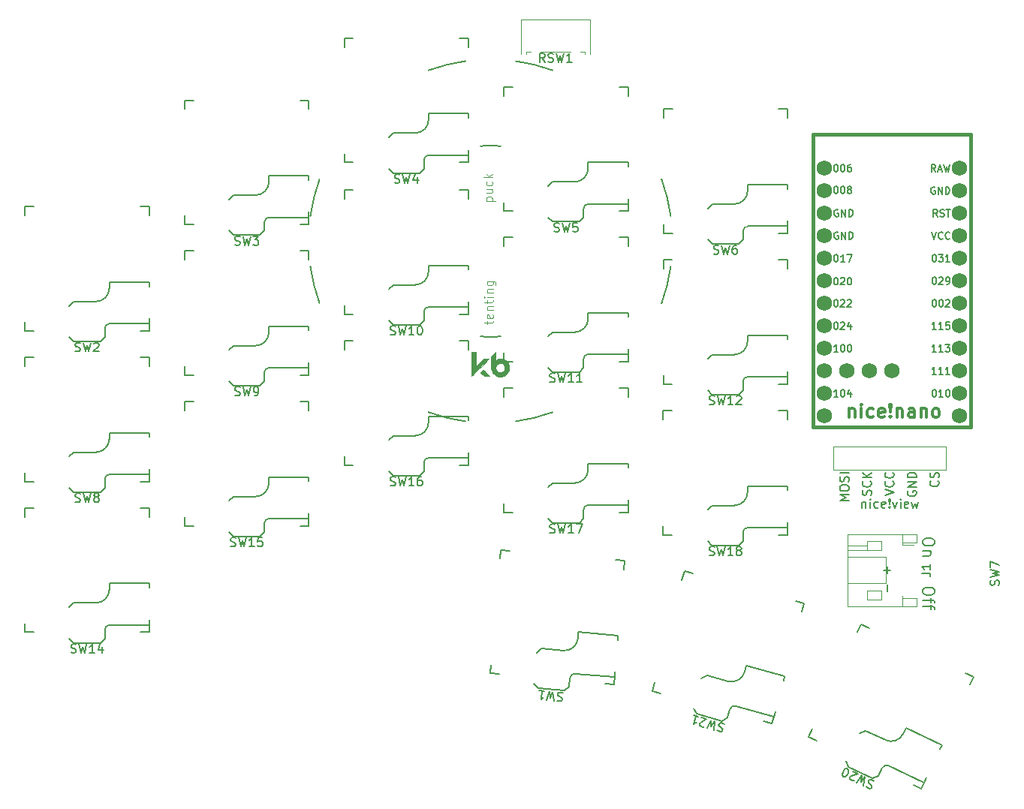
<source format=gbr>
%TF.GenerationSoftware,KiCad,Pcbnew,(6.0.0)*%
%TF.CreationDate,2022-10-21T23:09:15-07:00*%
%TF.ProjectId,half-swept,68616c66-2d73-4776-9570-742e6b696361,rev?*%
%TF.SameCoordinates,Original*%
%TF.FileFunction,Legend,Top*%
%TF.FilePolarity,Positive*%
%FSLAX46Y46*%
G04 Gerber Fmt 4.6, Leading zero omitted, Abs format (unit mm)*
G04 Created by KiCad (PCBNEW (6.0.0)) date 2022-10-21 23:09:15*
%MOMM*%
%LPD*%
G01*
G04 APERTURE LIST*
%ADD10C,0.150000*%
%ADD11C,0.100000*%
%ADD12C,0.300000*%
%ADD13C,0.200000*%
%ADD14C,0.120000*%
%ADD15C,0.010000*%
%ADD16C,0.381000*%
%ADD17C,1.752600*%
G04 APERTURE END LIST*
D10*
%TO.C,RSW1*%
X74237579Y-17999884D02*
X73904245Y-17523694D01*
X73666150Y-17999884D02*
X73666150Y-16999884D01*
X74047103Y-16999884D01*
X74142341Y-17047504D01*
X74189960Y-17095123D01*
X74237579Y-17190361D01*
X74237579Y-17333218D01*
X74189960Y-17428456D01*
X74142341Y-17476075D01*
X74047103Y-17523694D01*
X73666150Y-17523694D01*
X74618531Y-17952265D02*
X74761388Y-17999884D01*
X74999484Y-17999884D01*
X75094722Y-17952265D01*
X75142341Y-17904646D01*
X75189960Y-17809408D01*
X75189960Y-17714170D01*
X75142341Y-17618932D01*
X75094722Y-17571313D01*
X74999484Y-17523694D01*
X74809007Y-17476075D01*
X74713769Y-17428456D01*
X74666150Y-17380837D01*
X74618531Y-17285599D01*
X74618531Y-17190361D01*
X74666150Y-17095123D01*
X74713769Y-17047504D01*
X74809007Y-16999884D01*
X75047103Y-16999884D01*
X75189960Y-17047504D01*
X75523293Y-16999884D02*
X75761388Y-17999884D01*
X75951865Y-17285599D01*
X76142341Y-17999884D01*
X76380436Y-16999884D01*
X77285198Y-17999884D02*
X76713769Y-17999884D01*
X76999484Y-17999884D02*
X76999484Y-16999884D01*
X76904245Y-17142742D01*
X76809007Y-17237980D01*
X76713769Y-17285599D01*
%TO.C,SW2*%
X21293531Y-50599763D02*
X21436388Y-50647382D01*
X21674484Y-50647382D01*
X21769722Y-50599763D01*
X21817341Y-50552144D01*
X21864960Y-50456906D01*
X21864960Y-50361668D01*
X21817341Y-50266430D01*
X21769722Y-50218811D01*
X21674484Y-50171192D01*
X21484007Y-50123573D01*
X21388769Y-50075954D01*
X21341150Y-50028335D01*
X21293531Y-49933097D01*
X21293531Y-49837859D01*
X21341150Y-49742621D01*
X21388769Y-49695002D01*
X21484007Y-49647382D01*
X21722103Y-49647382D01*
X21864960Y-49695002D01*
X22198293Y-49647382D02*
X22436388Y-50647382D01*
X22626865Y-49933097D01*
X22817341Y-50647382D01*
X23055436Y-49647382D01*
X23388769Y-49742621D02*
X23436388Y-49695002D01*
X23531626Y-49647382D01*
X23769722Y-49647382D01*
X23864960Y-49695002D01*
X23912579Y-49742621D01*
X23960198Y-49837859D01*
X23960198Y-49933097D01*
X23912579Y-50075954D01*
X23341150Y-50647382D01*
X23960198Y-50647382D01*
%TO.C,SW3*%
X39293533Y-38599763D02*
X39436390Y-38647382D01*
X39674486Y-38647382D01*
X39769724Y-38599763D01*
X39817343Y-38552144D01*
X39864962Y-38456906D01*
X39864962Y-38361668D01*
X39817343Y-38266430D01*
X39769724Y-38218811D01*
X39674486Y-38171192D01*
X39484009Y-38123573D01*
X39388771Y-38075954D01*
X39341152Y-38028335D01*
X39293533Y-37933097D01*
X39293533Y-37837859D01*
X39341152Y-37742621D01*
X39388771Y-37695002D01*
X39484009Y-37647382D01*
X39722105Y-37647382D01*
X39864962Y-37695002D01*
X40198295Y-37647382D02*
X40436390Y-38647382D01*
X40626867Y-37933097D01*
X40817343Y-38647382D01*
X41055438Y-37647382D01*
X41341152Y-37647382D02*
X41960200Y-37647382D01*
X41626867Y-38028335D01*
X41769724Y-38028335D01*
X41864962Y-38075954D01*
X41912581Y-38123573D01*
X41960200Y-38218811D01*
X41960200Y-38456906D01*
X41912581Y-38552144D01*
X41864962Y-38599763D01*
X41769724Y-38647382D01*
X41484009Y-38647382D01*
X41388771Y-38599763D01*
X41341152Y-38552144D01*
%TO.C,SW4*%
X57293530Y-31599763D02*
X57436387Y-31647382D01*
X57674483Y-31647382D01*
X57769721Y-31599763D01*
X57817340Y-31552144D01*
X57864959Y-31456906D01*
X57864959Y-31361668D01*
X57817340Y-31266430D01*
X57769721Y-31218811D01*
X57674483Y-31171192D01*
X57484006Y-31123573D01*
X57388768Y-31075954D01*
X57341149Y-31028335D01*
X57293530Y-30933097D01*
X57293530Y-30837859D01*
X57341149Y-30742621D01*
X57388768Y-30695002D01*
X57484006Y-30647382D01*
X57722102Y-30647382D01*
X57864959Y-30695002D01*
X58198292Y-30647382D02*
X58436387Y-31647382D01*
X58626864Y-30933097D01*
X58817340Y-31647382D01*
X59055435Y-30647382D01*
X59864959Y-30980716D02*
X59864959Y-31647382D01*
X59626864Y-30599763D02*
X59388768Y-31314049D01*
X60007816Y-31314049D01*
%TO.C,SW5*%
X75293531Y-37099764D02*
X75436388Y-37147383D01*
X75674484Y-37147383D01*
X75769722Y-37099764D01*
X75817341Y-37052145D01*
X75864960Y-36956907D01*
X75864960Y-36861669D01*
X75817341Y-36766431D01*
X75769722Y-36718812D01*
X75674484Y-36671193D01*
X75484007Y-36623574D01*
X75388769Y-36575955D01*
X75341150Y-36528336D01*
X75293531Y-36433098D01*
X75293531Y-36337860D01*
X75341150Y-36242622D01*
X75388769Y-36195003D01*
X75484007Y-36147383D01*
X75722103Y-36147383D01*
X75864960Y-36195003D01*
X76198293Y-36147383D02*
X76436388Y-37147383D01*
X76626865Y-36433098D01*
X76817341Y-37147383D01*
X77055436Y-36147383D01*
X77912579Y-36147383D02*
X77436388Y-36147383D01*
X77388769Y-36623574D01*
X77436388Y-36575955D01*
X77531626Y-36528336D01*
X77769722Y-36528336D01*
X77864960Y-36575955D01*
X77912579Y-36623574D01*
X77960198Y-36718812D01*
X77960198Y-36956907D01*
X77912579Y-37052145D01*
X77864960Y-37099764D01*
X77769722Y-37147383D01*
X77531626Y-37147383D01*
X77436388Y-37099764D01*
X77388769Y-37052145D01*
%TO.C,SW6*%
X93293529Y-39599763D02*
X93436386Y-39647382D01*
X93674482Y-39647382D01*
X93769720Y-39599763D01*
X93817339Y-39552144D01*
X93864958Y-39456906D01*
X93864958Y-39361668D01*
X93817339Y-39266430D01*
X93769720Y-39218811D01*
X93674482Y-39171192D01*
X93484005Y-39123573D01*
X93388767Y-39075954D01*
X93341148Y-39028335D01*
X93293529Y-38933097D01*
X93293529Y-38837859D01*
X93341148Y-38742621D01*
X93388767Y-38695002D01*
X93484005Y-38647382D01*
X93722101Y-38647382D01*
X93864958Y-38695002D01*
X94198291Y-38647382D02*
X94436386Y-39647382D01*
X94626863Y-38933097D01*
X94817339Y-39647382D01*
X95055434Y-38647382D01*
X95864958Y-38647382D02*
X95674482Y-38647382D01*
X95579243Y-38695002D01*
X95531624Y-38742621D01*
X95436386Y-38885478D01*
X95388767Y-39075954D01*
X95388767Y-39456906D01*
X95436386Y-39552144D01*
X95484005Y-39599763D01*
X95579243Y-39647382D01*
X95769720Y-39647382D01*
X95864958Y-39599763D01*
X95912577Y-39552144D01*
X95960196Y-39456906D01*
X95960196Y-39218811D01*
X95912577Y-39123573D01*
X95864958Y-39075954D01*
X95769720Y-39028335D01*
X95579243Y-39028335D01*
X95484005Y-39075954D01*
X95436386Y-39123573D01*
X95388767Y-39218811D01*
%TO.C,SW8*%
X21293531Y-67599763D02*
X21436388Y-67647382D01*
X21674484Y-67647382D01*
X21769722Y-67599763D01*
X21817341Y-67552144D01*
X21864960Y-67456906D01*
X21864960Y-67361668D01*
X21817341Y-67266430D01*
X21769722Y-67218811D01*
X21674484Y-67171192D01*
X21484007Y-67123573D01*
X21388769Y-67075954D01*
X21341150Y-67028335D01*
X21293531Y-66933097D01*
X21293531Y-66837859D01*
X21341150Y-66742621D01*
X21388769Y-66695002D01*
X21484007Y-66647382D01*
X21722103Y-66647382D01*
X21864960Y-66695002D01*
X22198293Y-66647382D02*
X22436388Y-67647382D01*
X22626865Y-66933097D01*
X22817341Y-67647382D01*
X23055436Y-66647382D01*
X23579245Y-67075954D02*
X23484007Y-67028335D01*
X23436388Y-66980716D01*
X23388769Y-66885478D01*
X23388769Y-66837859D01*
X23436388Y-66742621D01*
X23484007Y-66695002D01*
X23579245Y-66647382D01*
X23769722Y-66647382D01*
X23864960Y-66695002D01*
X23912579Y-66742621D01*
X23960198Y-66837859D01*
X23960198Y-66885478D01*
X23912579Y-66980716D01*
X23864960Y-67028335D01*
X23769722Y-67075954D01*
X23579245Y-67075954D01*
X23484007Y-67123573D01*
X23436388Y-67171192D01*
X23388769Y-67266430D01*
X23388769Y-67456906D01*
X23436388Y-67552144D01*
X23484007Y-67599763D01*
X23579245Y-67647382D01*
X23769722Y-67647382D01*
X23864960Y-67599763D01*
X23912579Y-67552144D01*
X23960198Y-67456906D01*
X23960198Y-67266430D01*
X23912579Y-67171192D01*
X23864960Y-67123573D01*
X23769722Y-67075954D01*
%TO.C,SW9*%
X39293533Y-55573763D02*
X39436390Y-55621382D01*
X39674486Y-55621382D01*
X39769724Y-55573763D01*
X39817343Y-55526144D01*
X39864962Y-55430906D01*
X39864962Y-55335668D01*
X39817343Y-55240430D01*
X39769724Y-55192811D01*
X39674486Y-55145192D01*
X39484009Y-55097573D01*
X39388771Y-55049954D01*
X39341152Y-55002335D01*
X39293533Y-54907097D01*
X39293533Y-54811859D01*
X39341152Y-54716621D01*
X39388771Y-54669002D01*
X39484009Y-54621382D01*
X39722105Y-54621382D01*
X39864962Y-54669002D01*
X40198295Y-54621382D02*
X40436390Y-55621382D01*
X40626867Y-54907097D01*
X40817343Y-55621382D01*
X41055438Y-54621382D01*
X41484009Y-55621382D02*
X41674486Y-55621382D01*
X41769724Y-55573763D01*
X41817343Y-55526144D01*
X41912581Y-55383287D01*
X41960200Y-55192811D01*
X41960200Y-54811859D01*
X41912581Y-54716621D01*
X41864962Y-54669002D01*
X41769724Y-54621382D01*
X41579247Y-54621382D01*
X41484009Y-54669002D01*
X41436390Y-54716621D01*
X41388771Y-54811859D01*
X41388771Y-55049954D01*
X41436390Y-55145192D01*
X41484009Y-55192811D01*
X41579247Y-55240430D01*
X41769724Y-55240430D01*
X41864962Y-55192811D01*
X41912581Y-55145192D01*
X41960200Y-55049954D01*
%TO.C,SW10*%
X56817342Y-48715763D02*
X56960199Y-48763382D01*
X57198294Y-48763382D01*
X57293532Y-48715763D01*
X57341151Y-48668144D01*
X57388770Y-48572906D01*
X57388770Y-48477668D01*
X57341151Y-48382430D01*
X57293532Y-48334811D01*
X57198294Y-48287192D01*
X57007818Y-48239573D01*
X56912580Y-48191954D01*
X56864961Y-48144335D01*
X56817342Y-48049097D01*
X56817342Y-47953859D01*
X56864961Y-47858621D01*
X56912580Y-47811002D01*
X57007818Y-47763382D01*
X57245913Y-47763382D01*
X57388770Y-47811002D01*
X57722104Y-47763382D02*
X57960199Y-48763382D01*
X58150675Y-48049097D01*
X58341151Y-48763382D01*
X58579246Y-47763382D01*
X59484008Y-48763382D02*
X58912580Y-48763382D01*
X59198294Y-48763382D02*
X59198294Y-47763382D01*
X59103056Y-47906240D01*
X59007818Y-48001478D01*
X58912580Y-48049097D01*
X60103056Y-47763382D02*
X60198294Y-47763382D01*
X60293532Y-47811002D01*
X60341151Y-47858621D01*
X60388770Y-47953859D01*
X60436389Y-48144335D01*
X60436389Y-48382430D01*
X60388770Y-48572906D01*
X60341151Y-48668144D01*
X60293532Y-48715763D01*
X60198294Y-48763382D01*
X60103056Y-48763382D01*
X60007818Y-48715763D01*
X59960199Y-48668144D01*
X59912580Y-48572906D01*
X59864961Y-48382430D01*
X59864961Y-48144335D01*
X59912580Y-47953859D01*
X59960199Y-47858621D01*
X60007818Y-47811002D01*
X60103056Y-47763382D01*
%TO.C,SW11*%
X74817343Y-54049766D02*
X74960200Y-54097385D01*
X75198295Y-54097385D01*
X75293533Y-54049766D01*
X75341152Y-54002147D01*
X75388771Y-53906909D01*
X75388771Y-53811671D01*
X75341152Y-53716433D01*
X75293533Y-53668814D01*
X75198295Y-53621195D01*
X75007819Y-53573576D01*
X74912581Y-53525957D01*
X74864962Y-53478338D01*
X74817343Y-53383100D01*
X74817343Y-53287862D01*
X74864962Y-53192624D01*
X74912581Y-53145005D01*
X75007819Y-53097385D01*
X75245914Y-53097385D01*
X75388771Y-53145005D01*
X75722105Y-53097385D02*
X75960200Y-54097385D01*
X76150676Y-53383100D01*
X76341152Y-54097385D01*
X76579247Y-53097385D01*
X77484009Y-54097385D02*
X76912581Y-54097385D01*
X77198295Y-54097385D02*
X77198295Y-53097385D01*
X77103057Y-53240243D01*
X77007819Y-53335481D01*
X76912581Y-53383100D01*
X78436390Y-54097385D02*
X77864962Y-54097385D01*
X78150676Y-54097385D02*
X78150676Y-53097385D01*
X78055438Y-53240243D01*
X77960200Y-53335481D01*
X77864962Y-53383100D01*
%TO.C,SW12*%
X92797341Y-56589763D02*
X92940198Y-56637382D01*
X93178293Y-56637382D01*
X93273531Y-56589763D01*
X93321150Y-56542144D01*
X93368769Y-56446906D01*
X93368769Y-56351668D01*
X93321150Y-56256430D01*
X93273531Y-56208811D01*
X93178293Y-56161192D01*
X92987817Y-56113573D01*
X92892579Y-56065954D01*
X92844960Y-56018335D01*
X92797341Y-55923097D01*
X92797341Y-55827859D01*
X92844960Y-55732621D01*
X92892579Y-55685002D01*
X92987817Y-55637382D01*
X93225912Y-55637382D01*
X93368769Y-55685002D01*
X93702103Y-55637382D02*
X93940198Y-56637382D01*
X94130674Y-55923097D01*
X94321150Y-56637382D01*
X94559245Y-55637382D01*
X95464007Y-56637382D02*
X94892579Y-56637382D01*
X95178293Y-56637382D02*
X95178293Y-55637382D01*
X95083055Y-55780240D01*
X94987817Y-55875478D01*
X94892579Y-55923097D01*
X95844960Y-55732621D02*
X95892579Y-55685002D01*
X95987817Y-55637382D01*
X96225912Y-55637382D01*
X96321150Y-55685002D01*
X96368769Y-55732621D01*
X96416388Y-55827859D01*
X96416388Y-55923097D01*
X96368769Y-56065954D01*
X95797341Y-56637382D01*
X96416388Y-56637382D01*
%TO.C,SW14*%
X20817341Y-84599760D02*
X20960198Y-84647379D01*
X21198293Y-84647379D01*
X21293531Y-84599760D01*
X21341150Y-84552141D01*
X21388769Y-84456903D01*
X21388769Y-84361665D01*
X21341150Y-84266427D01*
X21293531Y-84218808D01*
X21198293Y-84171189D01*
X21007817Y-84123570D01*
X20912579Y-84075951D01*
X20864960Y-84028332D01*
X20817341Y-83933094D01*
X20817341Y-83837856D01*
X20864960Y-83742618D01*
X20912579Y-83694999D01*
X21007817Y-83647379D01*
X21245912Y-83647379D01*
X21388769Y-83694999D01*
X21722103Y-83647379D02*
X21960198Y-84647379D01*
X22150674Y-83933094D01*
X22341150Y-84647379D01*
X22579245Y-83647379D01*
X23484007Y-84647379D02*
X22912579Y-84647379D01*
X23198293Y-84647379D02*
X23198293Y-83647379D01*
X23103055Y-83790237D01*
X23007817Y-83885475D01*
X22912579Y-83933094D01*
X24341150Y-83980713D02*
X24341150Y-84647379D01*
X24103055Y-83599760D02*
X23864960Y-84314046D01*
X24484007Y-84314046D01*
%TO.C,SW15*%
X38817340Y-72591762D02*
X38960197Y-72639381D01*
X39198292Y-72639381D01*
X39293530Y-72591762D01*
X39341149Y-72544143D01*
X39388768Y-72448905D01*
X39388768Y-72353667D01*
X39341149Y-72258429D01*
X39293530Y-72210810D01*
X39198292Y-72163191D01*
X39007816Y-72115572D01*
X38912578Y-72067953D01*
X38864959Y-72020334D01*
X38817340Y-71925096D01*
X38817340Y-71829858D01*
X38864959Y-71734620D01*
X38912578Y-71687001D01*
X39007816Y-71639381D01*
X39245911Y-71639381D01*
X39388768Y-71687001D01*
X39722102Y-71639381D02*
X39960197Y-72639381D01*
X40150673Y-71925096D01*
X40341149Y-72639381D01*
X40579244Y-71639381D01*
X41484006Y-72639381D02*
X40912578Y-72639381D01*
X41198292Y-72639381D02*
X41198292Y-71639381D01*
X41103054Y-71782239D01*
X41007816Y-71877477D01*
X40912578Y-71925096D01*
X42388768Y-71639381D02*
X41912578Y-71639381D01*
X41864959Y-72115572D01*
X41912578Y-72067953D01*
X42007816Y-72020334D01*
X42245911Y-72020334D01*
X42341149Y-72067953D01*
X42388768Y-72115572D01*
X42436387Y-72210810D01*
X42436387Y-72448905D01*
X42388768Y-72544143D01*
X42341149Y-72591762D01*
X42245911Y-72639381D01*
X42007816Y-72639381D01*
X41912578Y-72591762D01*
X41864959Y-72544143D01*
%TO.C,SW16*%
X56817339Y-65733764D02*
X56960196Y-65781383D01*
X57198291Y-65781383D01*
X57293529Y-65733764D01*
X57341148Y-65686145D01*
X57388767Y-65590907D01*
X57388767Y-65495669D01*
X57341148Y-65400431D01*
X57293529Y-65352812D01*
X57198291Y-65305193D01*
X57007815Y-65257574D01*
X56912577Y-65209955D01*
X56864958Y-65162336D01*
X56817339Y-65067098D01*
X56817339Y-64971860D01*
X56864958Y-64876622D01*
X56912577Y-64829003D01*
X57007815Y-64781383D01*
X57245910Y-64781383D01*
X57388767Y-64829003D01*
X57722101Y-64781383D02*
X57960196Y-65781383D01*
X58150672Y-65067098D01*
X58341148Y-65781383D01*
X58579243Y-64781383D01*
X59484005Y-65781383D02*
X58912577Y-65781383D01*
X59198291Y-65781383D02*
X59198291Y-64781383D01*
X59103053Y-64924241D01*
X59007815Y-65019479D01*
X58912577Y-65067098D01*
X60341148Y-64781383D02*
X60150672Y-64781383D01*
X60055434Y-64829003D01*
X60007815Y-64876622D01*
X59912577Y-65019479D01*
X59864958Y-65209955D01*
X59864958Y-65590907D01*
X59912577Y-65686145D01*
X59960196Y-65733764D01*
X60055434Y-65781383D01*
X60245910Y-65781383D01*
X60341148Y-65733764D01*
X60388767Y-65686145D01*
X60436386Y-65590907D01*
X60436386Y-65352812D01*
X60388767Y-65257574D01*
X60341148Y-65209955D01*
X60245910Y-65162336D01*
X60055434Y-65162336D01*
X59960196Y-65209955D01*
X59912577Y-65257574D01*
X59864958Y-65352812D01*
%TO.C,SW17*%
X74817341Y-71067766D02*
X74960198Y-71115385D01*
X75198293Y-71115385D01*
X75293531Y-71067766D01*
X75341150Y-71020147D01*
X75388769Y-70924909D01*
X75388769Y-70829671D01*
X75341150Y-70734433D01*
X75293531Y-70686814D01*
X75198293Y-70639195D01*
X75007817Y-70591576D01*
X74912579Y-70543957D01*
X74864960Y-70496338D01*
X74817341Y-70401100D01*
X74817341Y-70305862D01*
X74864960Y-70210624D01*
X74912579Y-70163005D01*
X75007817Y-70115385D01*
X75245912Y-70115385D01*
X75388769Y-70163005D01*
X75722103Y-70115385D02*
X75960198Y-71115385D01*
X76150674Y-70401100D01*
X76341150Y-71115385D01*
X76579245Y-70115385D01*
X77484007Y-71115385D02*
X76912579Y-71115385D01*
X77198293Y-71115385D02*
X77198293Y-70115385D01*
X77103055Y-70258243D01*
X77007817Y-70353481D01*
X76912579Y-70401100D01*
X77817341Y-70115385D02*
X78484007Y-70115385D01*
X78055436Y-71115385D01*
%TO.C,SW18*%
X92790995Y-73607763D02*
X92933852Y-73655382D01*
X93171947Y-73655382D01*
X93267185Y-73607763D01*
X93314804Y-73560144D01*
X93362423Y-73464906D01*
X93362423Y-73369668D01*
X93314804Y-73274430D01*
X93267185Y-73226811D01*
X93171947Y-73179192D01*
X92981471Y-73131573D01*
X92886233Y-73083954D01*
X92838614Y-73036335D01*
X92790995Y-72941097D01*
X92790995Y-72845859D01*
X92838614Y-72750621D01*
X92886233Y-72703002D01*
X92981471Y-72655382D01*
X93219566Y-72655382D01*
X93362423Y-72703002D01*
X93695757Y-72655382D02*
X93933852Y-73655382D01*
X94124328Y-72941097D01*
X94314804Y-73655382D01*
X94552899Y-72655382D01*
X95457661Y-73655382D02*
X94886233Y-73655382D01*
X95171947Y-73655382D02*
X95171947Y-72655382D01*
X95076709Y-72798240D01*
X94981471Y-72893478D01*
X94886233Y-72941097D01*
X96029090Y-73083954D02*
X95933852Y-73036335D01*
X95886233Y-72988716D01*
X95838614Y-72893478D01*
X95838614Y-72845859D01*
X95886233Y-72750621D01*
X95933852Y-72703002D01*
X96029090Y-72655382D01*
X96219566Y-72655382D01*
X96314804Y-72703002D01*
X96362423Y-72750621D01*
X96410042Y-72845859D01*
X96410042Y-72893478D01*
X96362423Y-72988716D01*
X96314804Y-73036335D01*
X96219566Y-73083954D01*
X96029090Y-73083954D01*
X95933852Y-73131573D01*
X95886233Y-73179192D01*
X95838614Y-73274430D01*
X95838614Y-73464906D01*
X95886233Y-73560144D01*
X95933852Y-73607763D01*
X96029090Y-73655382D01*
X96219566Y-73655382D01*
X96314804Y-73607763D01*
X96362423Y-73560144D01*
X96410042Y-73464906D01*
X96410042Y-73274430D01*
X96362423Y-73179192D01*
X96314804Y-73131573D01*
X96219566Y-73083954D01*
%TO.C,SW20*%
X111380836Y-99159974D02*
X111271488Y-99056443D01*
X111055700Y-98955819D01*
X110949261Y-98958728D01*
X110885978Y-98981760D01*
X110802572Y-99047951D01*
X110762322Y-99134266D01*
X110765230Y-99240706D01*
X110788263Y-99303988D01*
X110854454Y-99387395D01*
X111006959Y-99511051D01*
X111073149Y-99594458D01*
X111096182Y-99657740D01*
X111099090Y-99764180D01*
X111058841Y-99850495D01*
X110975434Y-99916685D01*
X110912152Y-99939718D01*
X110805712Y-99942626D01*
X110589925Y-99842003D01*
X110480577Y-99738471D01*
X110158349Y-99640756D02*
X110365180Y-98633825D01*
X109890680Y-99200689D01*
X110019920Y-98472827D01*
X109381514Y-99278512D01*
X109119661Y-99051324D02*
X109056379Y-99074357D01*
X108949939Y-99077265D01*
X108734151Y-98976641D01*
X108667961Y-98893235D01*
X108644928Y-98829952D01*
X108642020Y-98723513D01*
X108682270Y-98637198D01*
X108785801Y-98527850D01*
X109545187Y-98251456D01*
X108984140Y-97989835D01*
X108000474Y-98634522D02*
X107914159Y-98594272D01*
X107847968Y-98510866D01*
X107824936Y-98447583D01*
X107822027Y-98341144D01*
X107859369Y-98148389D01*
X107959992Y-97932601D01*
X108083648Y-97780096D01*
X108167055Y-97713906D01*
X108230337Y-97690873D01*
X108336777Y-97687965D01*
X108423092Y-97728214D01*
X108489282Y-97811621D01*
X108512315Y-97874903D01*
X108515223Y-97981343D01*
X108477882Y-98174098D01*
X108377259Y-98389885D01*
X108253603Y-98542391D01*
X108170196Y-98608581D01*
X108106913Y-98631614D01*
X108000474Y-98634522D01*
%TO.C,SW21*%
X94478587Y-92669453D02*
X94352923Y-92586482D01*
X94122940Y-92524859D01*
X94018623Y-92546206D01*
X93960302Y-92579877D01*
X93889656Y-92659546D01*
X93865006Y-92751538D01*
X93886353Y-92855856D01*
X93920025Y-92914177D01*
X93999693Y-92984823D01*
X94171354Y-93080119D01*
X94251023Y-93150764D01*
X94284694Y-93209086D01*
X94306041Y-93313403D01*
X94281392Y-93405396D01*
X94210746Y-93485064D01*
X94152425Y-93518736D01*
X94048107Y-93540083D01*
X93818125Y-93478460D01*
X93692460Y-93395489D01*
X93358160Y-93355212D02*
X93386997Y-92327663D01*
X93018140Y-92968311D01*
X93019025Y-92229065D01*
X92530224Y-93133368D01*
X92232898Y-92955102D02*
X92174577Y-92988773D01*
X92070259Y-93010120D01*
X91840277Y-92948497D01*
X91760608Y-92877851D01*
X91726937Y-92819530D01*
X91705590Y-92715212D01*
X91730239Y-92623219D01*
X91813210Y-92497554D01*
X92513064Y-92093493D01*
X91915110Y-91933272D01*
X90995181Y-91686778D02*
X91547138Y-91834674D01*
X91271159Y-91760726D02*
X91012340Y-92726652D01*
X91141307Y-92613312D01*
X91257950Y-92545968D01*
X91362267Y-92524621D01*
D11*
%TO.C,REF\u002A\u002A*%
X67722080Y-47563003D02*
X67722080Y-47182050D01*
X67388746Y-47420145D02*
X68245889Y-47420145D01*
X68341127Y-47372526D01*
X68388746Y-47277288D01*
X68388746Y-47182050D01*
X68341127Y-46467764D02*
X68388746Y-46563003D01*
X68388746Y-46753479D01*
X68341127Y-46848717D01*
X68245889Y-46896336D01*
X67864937Y-46896336D01*
X67769699Y-46848717D01*
X67722080Y-46753479D01*
X67722080Y-46563003D01*
X67769699Y-46467764D01*
X67864937Y-46420145D01*
X67960175Y-46420145D01*
X68055413Y-46896336D01*
X67722080Y-45991574D02*
X68388746Y-45991574D01*
X67817318Y-45991574D02*
X67769699Y-45943955D01*
X67722080Y-45848717D01*
X67722080Y-45705860D01*
X67769699Y-45610622D01*
X67864937Y-45563003D01*
X68388746Y-45563003D01*
X67722080Y-45229669D02*
X67722080Y-44848717D01*
X67388746Y-45086812D02*
X68245889Y-45086812D01*
X68341127Y-45039193D01*
X68388746Y-44943955D01*
X68388746Y-44848717D01*
X68388746Y-44515383D02*
X67722080Y-44515383D01*
X67388746Y-44515383D02*
X67436366Y-44563003D01*
X67483985Y-44515383D01*
X67436366Y-44467764D01*
X67388746Y-44515383D01*
X67483985Y-44515383D01*
X67722080Y-44039193D02*
X68388746Y-44039193D01*
X67817318Y-44039193D02*
X67769699Y-43991574D01*
X67722080Y-43896336D01*
X67722080Y-43753479D01*
X67769699Y-43658241D01*
X67864937Y-43610622D01*
X68388746Y-43610622D01*
X67722080Y-42705860D02*
X68531604Y-42705860D01*
X68626842Y-42753479D01*
X68674461Y-42801098D01*
X68722080Y-42896336D01*
X68722080Y-43039193D01*
X68674461Y-43134431D01*
X68341127Y-42705860D02*
X68388746Y-42801098D01*
X68388746Y-42991574D01*
X68341127Y-43086812D01*
X68293508Y-43134431D01*
X68198270Y-43182050D01*
X67912556Y-43182050D01*
X67817318Y-43134431D01*
X67769699Y-43086812D01*
X67722080Y-42991574D01*
X67722080Y-42801098D01*
X67769699Y-42705860D01*
X67658580Y-33672503D02*
X68658580Y-33672503D01*
X67706199Y-33672503D02*
X67658580Y-33577264D01*
X67658580Y-33386788D01*
X67706199Y-33291550D01*
X67753818Y-33243931D01*
X67849056Y-33196312D01*
X68134770Y-33196312D01*
X68230008Y-33243931D01*
X68277627Y-33291550D01*
X68325246Y-33386788D01*
X68325246Y-33577264D01*
X68277627Y-33672503D01*
X67658580Y-32339169D02*
X68325246Y-32339169D01*
X67658580Y-32767741D02*
X68182389Y-32767741D01*
X68277627Y-32720122D01*
X68325246Y-32624883D01*
X68325246Y-32482026D01*
X68277627Y-32386788D01*
X68230008Y-32339169D01*
X68277627Y-31434407D02*
X68325246Y-31529645D01*
X68325246Y-31720122D01*
X68277627Y-31815360D01*
X68230008Y-31862979D01*
X68134770Y-31910598D01*
X67849056Y-31910598D01*
X67753818Y-31862979D01*
X67706199Y-31815360D01*
X67658580Y-31720122D01*
X67658580Y-31529645D01*
X67706199Y-31434407D01*
X68325246Y-31005836D02*
X67325246Y-31005836D01*
X67944294Y-30910598D02*
X68325246Y-30624883D01*
X67658580Y-30624883D02*
X68039532Y-31005836D01*
D12*
%TO.C,U1*%
X108595149Y-57082323D02*
X108595149Y-58082323D01*
X108595149Y-57225180D02*
X108666578Y-57153752D01*
X108809435Y-57082323D01*
X109023721Y-57082323D01*
X109166578Y-57153752D01*
X109238006Y-57296609D01*
X109238006Y-58082323D01*
X109952292Y-58082323D02*
X109952292Y-57082323D01*
X109952292Y-56582323D02*
X109880864Y-56653752D01*
X109952292Y-56725180D01*
X110023721Y-56653752D01*
X109952292Y-56582323D01*
X109952292Y-56725180D01*
X111309435Y-58010894D02*
X111166578Y-58082323D01*
X110880864Y-58082323D01*
X110738006Y-58010894D01*
X110666578Y-57939466D01*
X110595149Y-57796609D01*
X110595149Y-57368037D01*
X110666578Y-57225180D01*
X110738006Y-57153752D01*
X110880864Y-57082323D01*
X111166578Y-57082323D01*
X111309435Y-57153752D01*
X112523721Y-58010894D02*
X112380864Y-58082323D01*
X112095149Y-58082323D01*
X111952292Y-58010894D01*
X111880864Y-57868037D01*
X111880864Y-57296609D01*
X111952292Y-57153752D01*
X112095149Y-57082323D01*
X112380864Y-57082323D01*
X112523721Y-57153752D01*
X112595149Y-57296609D01*
X112595149Y-57439466D01*
X111880864Y-57582323D01*
X113238006Y-57939466D02*
X113309435Y-58010894D01*
X113238006Y-58082323D01*
X113166578Y-58010894D01*
X113238006Y-57939466D01*
X113238006Y-58082323D01*
X113238006Y-57510894D02*
X113166578Y-56653752D01*
X113238006Y-56582323D01*
X113309435Y-56653752D01*
X113238006Y-57510894D01*
X113238006Y-56582323D01*
X113952292Y-57082323D02*
X113952292Y-58082323D01*
X113952292Y-57225180D02*
X114023721Y-57153752D01*
X114166578Y-57082323D01*
X114380864Y-57082323D01*
X114523721Y-57153752D01*
X114595149Y-57296609D01*
X114595149Y-58082323D01*
X115952292Y-58082323D02*
X115952292Y-57296609D01*
X115880864Y-57153752D01*
X115738006Y-57082323D01*
X115452292Y-57082323D01*
X115309435Y-57153752D01*
X115952292Y-58010894D02*
X115809435Y-58082323D01*
X115452292Y-58082323D01*
X115309435Y-58010894D01*
X115238006Y-57868037D01*
X115238006Y-57725180D01*
X115309435Y-57582323D01*
X115452292Y-57510894D01*
X115809435Y-57510894D01*
X115952292Y-57439466D01*
X116666578Y-57082323D02*
X116666578Y-58082323D01*
X116666578Y-57225180D02*
X116738006Y-57153752D01*
X116880864Y-57082323D01*
X117095149Y-57082323D01*
X117238006Y-57153752D01*
X117309435Y-57296609D01*
X117309435Y-58082323D01*
X118238006Y-58082323D02*
X118095149Y-58010894D01*
X118023721Y-57939466D01*
X117952292Y-57796609D01*
X117952292Y-57368037D01*
X118023721Y-57225180D01*
X118095149Y-57153752D01*
X118238006Y-57082323D01*
X118452292Y-57082323D01*
X118595149Y-57153752D01*
X118666578Y-57225180D01*
X118738006Y-57368037D01*
X118738006Y-57796609D01*
X118666578Y-57939466D01*
X118595149Y-58010894D01*
X118452292Y-58082323D01*
X118238006Y-58082323D01*
D10*
X107306340Y-55733656D02*
X106849197Y-55733656D01*
X107077769Y-55733656D02*
X107077769Y-54933656D01*
X107001578Y-55047942D01*
X106925388Y-55124132D01*
X106849197Y-55162228D01*
X107801578Y-54933656D02*
X107877769Y-54933656D01*
X107953959Y-54971752D01*
X107992054Y-55009847D01*
X108030150Y-55086037D01*
X108068245Y-55238418D01*
X108068245Y-55428894D01*
X108030150Y-55581275D01*
X107992054Y-55657466D01*
X107953959Y-55695561D01*
X107877769Y-55733656D01*
X107801578Y-55733656D01*
X107725388Y-55695561D01*
X107687293Y-55657466D01*
X107649197Y-55581275D01*
X107611102Y-55428894D01*
X107611102Y-55238418D01*
X107649197Y-55086037D01*
X107687293Y-55009847D01*
X107725388Y-54971752D01*
X107801578Y-54933656D01*
X108753959Y-55200323D02*
X108753959Y-55733656D01*
X108563483Y-54895561D02*
X108373007Y-55466990D01*
X108868245Y-55466990D01*
X118114055Y-42233656D02*
X118190245Y-42233656D01*
X118266435Y-42271752D01*
X118304531Y-42309847D01*
X118342626Y-42386037D01*
X118380721Y-42538418D01*
X118380721Y-42728894D01*
X118342626Y-42881275D01*
X118304531Y-42957466D01*
X118266435Y-42995561D01*
X118190245Y-43033656D01*
X118114055Y-43033656D01*
X118037864Y-42995561D01*
X117999769Y-42957466D01*
X117961674Y-42881275D01*
X117923578Y-42728894D01*
X117923578Y-42538418D01*
X117961674Y-42386037D01*
X117999769Y-42309847D01*
X118037864Y-42271752D01*
X118114055Y-42233656D01*
X118685483Y-42309847D02*
X118723578Y-42271752D01*
X118799769Y-42233656D01*
X118990245Y-42233656D01*
X119066435Y-42271752D01*
X119104531Y-42309847D01*
X119142626Y-42386037D01*
X119142626Y-42462228D01*
X119104531Y-42576513D01*
X118647388Y-43033656D01*
X119142626Y-43033656D01*
X119523578Y-43033656D02*
X119675959Y-43033656D01*
X119752150Y-42995561D01*
X119790245Y-42957466D01*
X119866435Y-42843180D01*
X119904531Y-42690799D01*
X119904531Y-42386037D01*
X119866435Y-42309847D01*
X119828340Y-42271752D01*
X119752150Y-42233656D01*
X119599769Y-42233656D01*
X119523578Y-42271752D01*
X119485483Y-42309847D01*
X119447388Y-42386037D01*
X119447388Y-42576513D01*
X119485483Y-42652704D01*
X119523578Y-42690799D01*
X119599769Y-42728894D01*
X119752150Y-42728894D01*
X119828340Y-42690799D01*
X119866435Y-42652704D01*
X119904531Y-42576513D01*
X107039674Y-44803656D02*
X107115864Y-44803656D01*
X107192054Y-44841752D01*
X107230150Y-44879847D01*
X107268245Y-44956037D01*
X107306340Y-45108418D01*
X107306340Y-45298894D01*
X107268245Y-45451275D01*
X107230150Y-45527466D01*
X107192054Y-45565561D01*
X107115864Y-45603656D01*
X107039674Y-45603656D01*
X106963483Y-45565561D01*
X106925388Y-45527466D01*
X106887293Y-45451275D01*
X106849197Y-45298894D01*
X106849197Y-45108418D01*
X106887293Y-44956037D01*
X106925388Y-44879847D01*
X106963483Y-44841752D01*
X107039674Y-44803656D01*
X107611102Y-44879847D02*
X107649197Y-44841752D01*
X107725388Y-44803656D01*
X107915864Y-44803656D01*
X107992054Y-44841752D01*
X108030150Y-44879847D01*
X108068245Y-44956037D01*
X108068245Y-45032228D01*
X108030150Y-45146513D01*
X107573007Y-45603656D01*
X108068245Y-45603656D01*
X108373007Y-44879847D02*
X108411102Y-44841752D01*
X108487293Y-44803656D01*
X108677769Y-44803656D01*
X108753959Y-44841752D01*
X108792054Y-44879847D01*
X108830150Y-44956037D01*
X108830150Y-45032228D01*
X108792054Y-45146513D01*
X108334912Y-45603656D01*
X108830150Y-45603656D01*
X118380721Y-53193656D02*
X117923578Y-53193656D01*
X118152150Y-53193656D02*
X118152150Y-52393656D01*
X118075959Y-52507942D01*
X117999769Y-52584132D01*
X117923578Y-52622228D01*
X119142626Y-53193656D02*
X118685483Y-53193656D01*
X118914055Y-53193656D02*
X118914055Y-52393656D01*
X118837864Y-52507942D01*
X118761674Y-52584132D01*
X118685483Y-52622228D01*
X119904531Y-53193656D02*
X119447388Y-53193656D01*
X119675959Y-53193656D02*
X119675959Y-52393656D01*
X119599769Y-52507942D01*
X119523578Y-52584132D01*
X119447388Y-52622228D01*
X107039674Y-29533656D02*
X107115864Y-29533656D01*
X107192054Y-29571752D01*
X107230150Y-29609847D01*
X107268245Y-29686037D01*
X107306340Y-29838418D01*
X107306340Y-30028894D01*
X107268245Y-30181275D01*
X107230150Y-30257466D01*
X107192054Y-30295561D01*
X107115864Y-30333656D01*
X107039674Y-30333656D01*
X106963483Y-30295561D01*
X106925388Y-30257466D01*
X106887293Y-30181275D01*
X106849197Y-30028894D01*
X106849197Y-29838418D01*
X106887293Y-29686037D01*
X106925388Y-29609847D01*
X106963483Y-29571752D01*
X107039674Y-29533656D01*
X107801578Y-29533656D02*
X107877769Y-29533656D01*
X107953959Y-29571752D01*
X107992054Y-29609847D01*
X108030150Y-29686037D01*
X108068245Y-29838418D01*
X108068245Y-30028894D01*
X108030150Y-30181275D01*
X107992054Y-30257466D01*
X107953959Y-30295561D01*
X107877769Y-30333656D01*
X107801578Y-30333656D01*
X107725388Y-30295561D01*
X107687293Y-30257466D01*
X107649197Y-30181275D01*
X107611102Y-30028894D01*
X107611102Y-29838418D01*
X107649197Y-29686037D01*
X107687293Y-29609847D01*
X107725388Y-29571752D01*
X107801578Y-29533656D01*
X108753959Y-29533656D02*
X108601578Y-29533656D01*
X108525388Y-29571752D01*
X108487293Y-29609847D01*
X108411102Y-29724132D01*
X108373007Y-29876513D01*
X108373007Y-30181275D01*
X108411102Y-30257466D01*
X108449197Y-30295561D01*
X108525388Y-30333656D01*
X108677769Y-30333656D01*
X108753959Y-30295561D01*
X108792054Y-30257466D01*
X108830150Y-30181275D01*
X108830150Y-29990799D01*
X108792054Y-29914609D01*
X108753959Y-29876513D01*
X108677769Y-29838418D01*
X108525388Y-29838418D01*
X108449197Y-29876513D01*
X108411102Y-29914609D01*
X108373007Y-29990799D01*
X107039674Y-42303656D02*
X107115864Y-42303656D01*
X107192054Y-42341752D01*
X107230150Y-42379847D01*
X107268245Y-42456037D01*
X107306340Y-42608418D01*
X107306340Y-42798894D01*
X107268245Y-42951275D01*
X107230150Y-43027466D01*
X107192054Y-43065561D01*
X107115864Y-43103656D01*
X107039674Y-43103656D01*
X106963483Y-43065561D01*
X106925388Y-43027466D01*
X106887293Y-42951275D01*
X106849197Y-42798894D01*
X106849197Y-42608418D01*
X106887293Y-42456037D01*
X106925388Y-42379847D01*
X106963483Y-42341752D01*
X107039674Y-42303656D01*
X107611102Y-42379847D02*
X107649197Y-42341752D01*
X107725388Y-42303656D01*
X107915864Y-42303656D01*
X107992054Y-42341752D01*
X108030150Y-42379847D01*
X108068245Y-42456037D01*
X108068245Y-42532228D01*
X108030150Y-42646513D01*
X107573007Y-43103656D01*
X108068245Y-43103656D01*
X108563483Y-42303656D02*
X108639674Y-42303656D01*
X108715864Y-42341752D01*
X108753959Y-42379847D01*
X108792054Y-42456037D01*
X108830150Y-42608418D01*
X108830150Y-42798894D01*
X108792054Y-42951275D01*
X108753959Y-43027466D01*
X108715864Y-43065561D01*
X108639674Y-43103656D01*
X108563483Y-43103656D01*
X108487293Y-43065561D01*
X108449197Y-43027466D01*
X108411102Y-42951275D01*
X108373007Y-42798894D01*
X108373007Y-42608418D01*
X108411102Y-42456037D01*
X108449197Y-42379847D01*
X108487293Y-42341752D01*
X108563483Y-42303656D01*
X107306340Y-37191752D02*
X107230149Y-37153656D01*
X107115864Y-37153656D01*
X107001578Y-37191752D01*
X106925387Y-37267942D01*
X106887292Y-37344132D01*
X106849197Y-37496513D01*
X106849197Y-37610799D01*
X106887292Y-37763180D01*
X106925387Y-37839371D01*
X107001578Y-37915561D01*
X107115864Y-37953656D01*
X107192054Y-37953656D01*
X107306340Y-37915561D01*
X107344435Y-37877466D01*
X107344435Y-37610799D01*
X107192054Y-37610799D01*
X107687292Y-37953656D02*
X107687292Y-37153656D01*
X108144435Y-37953656D01*
X108144435Y-37153656D01*
X108525387Y-37953656D02*
X108525387Y-37153656D01*
X108715864Y-37153656D01*
X108830149Y-37191752D01*
X108906340Y-37267942D01*
X108944435Y-37344132D01*
X108982530Y-37496513D01*
X108982530Y-37610799D01*
X108944435Y-37763180D01*
X108906340Y-37839371D01*
X108830149Y-37915561D01*
X108715864Y-37953656D01*
X108525387Y-37953656D01*
X107306340Y-34651752D02*
X107230149Y-34613656D01*
X107115864Y-34613656D01*
X107001578Y-34651752D01*
X106925387Y-34727942D01*
X106887292Y-34804132D01*
X106849197Y-34956513D01*
X106849197Y-35070799D01*
X106887292Y-35223180D01*
X106925387Y-35299371D01*
X107001578Y-35375561D01*
X107115864Y-35413656D01*
X107192054Y-35413656D01*
X107306340Y-35375561D01*
X107344435Y-35337466D01*
X107344435Y-35070799D01*
X107192054Y-35070799D01*
X107687292Y-35413656D02*
X107687292Y-34613656D01*
X108144435Y-35413656D01*
X108144435Y-34613656D01*
X108525387Y-35413656D02*
X108525387Y-34613656D01*
X108715864Y-34613656D01*
X108830149Y-34651752D01*
X108906340Y-34727942D01*
X108944435Y-34804132D01*
X108982530Y-34956513D01*
X108982530Y-35070799D01*
X108944435Y-35223180D01*
X108906340Y-35299371D01*
X108830149Y-35375561D01*
X108715864Y-35413656D01*
X108525387Y-35413656D01*
X118526768Y-35413656D02*
X118260102Y-35032704D01*
X118069625Y-35413656D02*
X118069625Y-34613656D01*
X118374387Y-34613656D01*
X118450578Y-34651752D01*
X118488673Y-34689847D01*
X118526768Y-34766037D01*
X118526768Y-34880323D01*
X118488673Y-34956513D01*
X118450578Y-34994609D01*
X118374387Y-35032704D01*
X118069625Y-35032704D01*
X118831530Y-35375561D02*
X118945816Y-35413656D01*
X119136292Y-35413656D01*
X119212483Y-35375561D01*
X119250578Y-35337466D01*
X119288673Y-35261275D01*
X119288673Y-35185085D01*
X119250578Y-35108894D01*
X119212483Y-35070799D01*
X119136292Y-35032704D01*
X118983911Y-34994609D01*
X118907721Y-34956513D01*
X118869625Y-34918418D01*
X118831530Y-34842228D01*
X118831530Y-34766037D01*
X118869625Y-34689847D01*
X118907721Y-34651752D01*
X118983911Y-34613656D01*
X119174387Y-34613656D01*
X119288673Y-34651752D01*
X119517244Y-34613656D02*
X119974387Y-34613656D01*
X119745816Y-35413656D02*
X119745816Y-34613656D01*
X118222007Y-32111752D02*
X118145816Y-32073656D01*
X118031531Y-32073656D01*
X117917245Y-32111752D01*
X117841054Y-32187942D01*
X117802959Y-32264132D01*
X117764864Y-32416513D01*
X117764864Y-32530799D01*
X117802959Y-32683180D01*
X117841054Y-32759371D01*
X117917245Y-32835561D01*
X118031531Y-32873656D01*
X118107721Y-32873656D01*
X118222007Y-32835561D01*
X118260102Y-32797466D01*
X118260102Y-32530799D01*
X118107721Y-32530799D01*
X118602959Y-32873656D02*
X118602959Y-32073656D01*
X119060102Y-32873656D01*
X119060102Y-32073656D01*
X119441054Y-32873656D02*
X119441054Y-32073656D01*
X119631531Y-32073656D01*
X119745816Y-32111752D01*
X119822007Y-32187942D01*
X119860102Y-32264132D01*
X119898197Y-32416513D01*
X119898197Y-32530799D01*
X119860102Y-32683180D01*
X119822007Y-32759371D01*
X119745816Y-32835561D01*
X119631531Y-32873656D01*
X119441054Y-32873656D01*
X107039674Y-32003656D02*
X107115864Y-32003656D01*
X107192054Y-32041752D01*
X107230150Y-32079847D01*
X107268245Y-32156037D01*
X107306340Y-32308418D01*
X107306340Y-32498894D01*
X107268245Y-32651275D01*
X107230150Y-32727466D01*
X107192054Y-32765561D01*
X107115864Y-32803656D01*
X107039674Y-32803656D01*
X106963483Y-32765561D01*
X106925388Y-32727466D01*
X106887293Y-32651275D01*
X106849197Y-32498894D01*
X106849197Y-32308418D01*
X106887293Y-32156037D01*
X106925388Y-32079847D01*
X106963483Y-32041752D01*
X107039674Y-32003656D01*
X107801578Y-32003656D02*
X107877769Y-32003656D01*
X107953959Y-32041752D01*
X107992054Y-32079847D01*
X108030150Y-32156037D01*
X108068245Y-32308418D01*
X108068245Y-32498894D01*
X108030150Y-32651275D01*
X107992054Y-32727466D01*
X107953959Y-32765561D01*
X107877769Y-32803656D01*
X107801578Y-32803656D01*
X107725388Y-32765561D01*
X107687293Y-32727466D01*
X107649197Y-32651275D01*
X107611102Y-32498894D01*
X107611102Y-32308418D01*
X107649197Y-32156037D01*
X107687293Y-32079847D01*
X107725388Y-32041752D01*
X107801578Y-32003656D01*
X108525388Y-32346513D02*
X108449197Y-32308418D01*
X108411102Y-32270323D01*
X108373007Y-32194132D01*
X108373007Y-32156037D01*
X108411102Y-32079847D01*
X108449197Y-32041752D01*
X108525388Y-32003656D01*
X108677769Y-32003656D01*
X108753959Y-32041752D01*
X108792054Y-32079847D01*
X108830150Y-32156037D01*
X108830150Y-32194132D01*
X108792054Y-32270323D01*
X108753959Y-32308418D01*
X108677769Y-32346513D01*
X108525388Y-32346513D01*
X108449197Y-32384609D01*
X108411102Y-32422704D01*
X108373007Y-32498894D01*
X108373007Y-32651275D01*
X108411102Y-32727466D01*
X108449197Y-32765561D01*
X108525388Y-32803656D01*
X108677769Y-32803656D01*
X108753959Y-32765561D01*
X108792054Y-32727466D01*
X108830150Y-32651275D01*
X108830150Y-32498894D01*
X108792054Y-32422704D01*
X108753959Y-32384609D01*
X108677769Y-32346513D01*
X118114055Y-39693656D02*
X118190245Y-39693656D01*
X118266435Y-39731752D01*
X118304531Y-39769847D01*
X118342626Y-39846037D01*
X118380721Y-39998418D01*
X118380721Y-40188894D01*
X118342626Y-40341275D01*
X118304531Y-40417466D01*
X118266435Y-40455561D01*
X118190245Y-40493656D01*
X118114055Y-40493656D01*
X118037864Y-40455561D01*
X117999769Y-40417466D01*
X117961674Y-40341275D01*
X117923578Y-40188894D01*
X117923578Y-39998418D01*
X117961674Y-39846037D01*
X117999769Y-39769847D01*
X118037864Y-39731752D01*
X118114055Y-39693656D01*
X118647388Y-39693656D02*
X119142626Y-39693656D01*
X118875959Y-39998418D01*
X118990245Y-39998418D01*
X119066435Y-40036513D01*
X119104531Y-40074609D01*
X119142626Y-40150799D01*
X119142626Y-40341275D01*
X119104531Y-40417466D01*
X119066435Y-40455561D01*
X118990245Y-40493656D01*
X118761674Y-40493656D01*
X118685483Y-40455561D01*
X118647388Y-40417466D01*
X119904531Y-40493656D02*
X119447388Y-40493656D01*
X119675959Y-40493656D02*
X119675959Y-39693656D01*
X119599769Y-39807942D01*
X119523578Y-39884132D01*
X119447388Y-39922228D01*
X107039674Y-47313656D02*
X107115864Y-47313656D01*
X107192054Y-47351752D01*
X107230150Y-47389847D01*
X107268245Y-47466037D01*
X107306340Y-47618418D01*
X107306340Y-47808894D01*
X107268245Y-47961275D01*
X107230150Y-48037466D01*
X107192054Y-48075561D01*
X107115864Y-48113656D01*
X107039674Y-48113656D01*
X106963483Y-48075561D01*
X106925388Y-48037466D01*
X106887293Y-47961275D01*
X106849197Y-47808894D01*
X106849197Y-47618418D01*
X106887293Y-47466037D01*
X106925388Y-47389847D01*
X106963483Y-47351752D01*
X107039674Y-47313656D01*
X107611102Y-47389847D02*
X107649197Y-47351752D01*
X107725388Y-47313656D01*
X107915864Y-47313656D01*
X107992054Y-47351752D01*
X108030150Y-47389847D01*
X108068245Y-47466037D01*
X108068245Y-47542228D01*
X108030150Y-47656513D01*
X107573007Y-48113656D01*
X108068245Y-48113656D01*
X108753959Y-47580323D02*
X108753959Y-48113656D01*
X108563483Y-47275561D02*
X108373007Y-47846990D01*
X108868245Y-47846990D01*
X118380721Y-48113656D02*
X117923578Y-48113656D01*
X118152150Y-48113656D02*
X118152150Y-47313656D01*
X118075959Y-47427942D01*
X117999769Y-47504132D01*
X117923578Y-47542228D01*
X119142626Y-48113656D02*
X118685483Y-48113656D01*
X118914055Y-48113656D02*
X118914055Y-47313656D01*
X118837864Y-47427942D01*
X118761674Y-47504132D01*
X118685483Y-47542228D01*
X119866435Y-47313656D02*
X119485483Y-47313656D01*
X119447388Y-47694609D01*
X119485483Y-47656513D01*
X119561674Y-47618418D01*
X119752150Y-47618418D01*
X119828340Y-47656513D01*
X119866435Y-47694609D01*
X119904531Y-47770799D01*
X119904531Y-47961275D01*
X119866435Y-48037466D01*
X119828340Y-48075561D01*
X119752150Y-48113656D01*
X119561674Y-48113656D01*
X119485483Y-48075561D01*
X119447388Y-48037466D01*
X117847388Y-37153656D02*
X118114055Y-37953656D01*
X118380721Y-37153656D01*
X119104531Y-37877466D02*
X119066435Y-37915561D01*
X118952150Y-37953656D01*
X118875959Y-37953656D01*
X118761674Y-37915561D01*
X118685483Y-37839371D01*
X118647388Y-37763180D01*
X118609293Y-37610799D01*
X118609293Y-37496513D01*
X118647388Y-37344132D01*
X118685483Y-37267942D01*
X118761674Y-37191752D01*
X118875959Y-37153656D01*
X118952150Y-37153656D01*
X119066435Y-37191752D01*
X119104531Y-37229847D01*
X119904531Y-37877466D02*
X119866435Y-37915561D01*
X119752150Y-37953656D01*
X119675959Y-37953656D01*
X119561674Y-37915561D01*
X119485483Y-37839371D01*
X119447388Y-37763180D01*
X119409293Y-37610799D01*
X119409293Y-37496513D01*
X119447388Y-37344132D01*
X119485483Y-37267942D01*
X119561674Y-37191752D01*
X119675959Y-37153656D01*
X119752150Y-37153656D01*
X119866435Y-37191752D01*
X119904531Y-37229847D01*
X118114055Y-44773656D02*
X118190245Y-44773656D01*
X118266435Y-44811752D01*
X118304531Y-44849847D01*
X118342626Y-44926037D01*
X118380721Y-45078418D01*
X118380721Y-45268894D01*
X118342626Y-45421275D01*
X118304531Y-45497466D01*
X118266435Y-45535561D01*
X118190245Y-45573656D01*
X118114055Y-45573656D01*
X118037864Y-45535561D01*
X117999769Y-45497466D01*
X117961674Y-45421275D01*
X117923578Y-45268894D01*
X117923578Y-45078418D01*
X117961674Y-44926037D01*
X117999769Y-44849847D01*
X118037864Y-44811752D01*
X118114055Y-44773656D01*
X118875959Y-44773656D02*
X118952150Y-44773656D01*
X119028340Y-44811752D01*
X119066435Y-44849847D01*
X119104531Y-44926037D01*
X119142626Y-45078418D01*
X119142626Y-45268894D01*
X119104531Y-45421275D01*
X119066435Y-45497466D01*
X119028340Y-45535561D01*
X118952150Y-45573656D01*
X118875959Y-45573656D01*
X118799769Y-45535561D01*
X118761674Y-45497466D01*
X118723578Y-45421275D01*
X118685483Y-45268894D01*
X118685483Y-45078418D01*
X118723578Y-44926037D01*
X118761674Y-44849847D01*
X118799769Y-44811752D01*
X118875959Y-44773656D01*
X119447388Y-44849847D02*
X119485483Y-44811752D01*
X119561674Y-44773656D01*
X119752150Y-44773656D01*
X119828340Y-44811752D01*
X119866435Y-44849847D01*
X119904531Y-44926037D01*
X119904531Y-45002228D01*
X119866435Y-45116513D01*
X119409293Y-45573656D01*
X119904531Y-45573656D01*
X118298198Y-30333656D02*
X118031531Y-29952704D01*
X117841055Y-30333656D02*
X117841055Y-29533656D01*
X118145817Y-29533656D01*
X118222007Y-29571752D01*
X118260102Y-29609847D01*
X118298198Y-29686037D01*
X118298198Y-29800323D01*
X118260102Y-29876513D01*
X118222007Y-29914609D01*
X118145817Y-29952704D01*
X117841055Y-29952704D01*
X118602959Y-30105085D02*
X118983912Y-30105085D01*
X118526769Y-30333656D02*
X118793436Y-29533656D01*
X119060102Y-30333656D01*
X119250579Y-29533656D02*
X119441055Y-30333656D01*
X119593436Y-29762228D01*
X119745817Y-30333656D01*
X119936293Y-29533656D01*
X107039674Y-39703656D02*
X107115864Y-39703656D01*
X107192054Y-39741752D01*
X107230150Y-39779847D01*
X107268245Y-39856037D01*
X107306340Y-40008418D01*
X107306340Y-40198894D01*
X107268245Y-40351275D01*
X107230150Y-40427466D01*
X107192054Y-40465561D01*
X107115864Y-40503656D01*
X107039674Y-40503656D01*
X106963483Y-40465561D01*
X106925388Y-40427466D01*
X106887293Y-40351275D01*
X106849197Y-40198894D01*
X106849197Y-40008418D01*
X106887293Y-39856037D01*
X106925388Y-39779847D01*
X106963483Y-39741752D01*
X107039674Y-39703656D01*
X108068245Y-40503656D02*
X107611102Y-40503656D01*
X107839674Y-40503656D02*
X107839674Y-39703656D01*
X107763483Y-39817942D01*
X107687293Y-39894132D01*
X107611102Y-39932228D01*
X108334912Y-39703656D02*
X108868245Y-39703656D01*
X108525388Y-40503656D01*
X118114055Y-54933656D02*
X118190245Y-54933656D01*
X118266435Y-54971752D01*
X118304531Y-55009847D01*
X118342626Y-55086037D01*
X118380721Y-55238418D01*
X118380721Y-55428894D01*
X118342626Y-55581275D01*
X118304531Y-55657466D01*
X118266435Y-55695561D01*
X118190245Y-55733656D01*
X118114055Y-55733656D01*
X118037864Y-55695561D01*
X117999769Y-55657466D01*
X117961674Y-55581275D01*
X117923578Y-55428894D01*
X117923578Y-55238418D01*
X117961674Y-55086037D01*
X117999769Y-55009847D01*
X118037864Y-54971752D01*
X118114055Y-54933656D01*
X119142626Y-55733656D02*
X118685483Y-55733656D01*
X118914055Y-55733656D02*
X118914055Y-54933656D01*
X118837864Y-55047942D01*
X118761674Y-55124132D01*
X118685483Y-55162228D01*
X119637864Y-54933656D02*
X119714055Y-54933656D01*
X119790245Y-54971752D01*
X119828340Y-55009847D01*
X119866435Y-55086037D01*
X119904531Y-55238418D01*
X119904531Y-55428894D01*
X119866435Y-55581275D01*
X119828340Y-55657466D01*
X119790245Y-55695561D01*
X119714055Y-55733656D01*
X119637864Y-55733656D01*
X119561674Y-55695561D01*
X119523578Y-55657466D01*
X119485483Y-55581275D01*
X119447388Y-55428894D01*
X119447388Y-55238418D01*
X119485483Y-55086037D01*
X119523578Y-55009847D01*
X119561674Y-54971752D01*
X119637864Y-54933656D01*
X118380721Y-50653656D02*
X117923578Y-50653656D01*
X118152150Y-50653656D02*
X118152150Y-49853656D01*
X118075959Y-49967942D01*
X117999769Y-50044132D01*
X117923578Y-50082228D01*
X119142626Y-50653656D02*
X118685483Y-50653656D01*
X118914055Y-50653656D02*
X118914055Y-49853656D01*
X118837864Y-49967942D01*
X118761674Y-50044132D01*
X118685483Y-50082228D01*
X119409293Y-49853656D02*
X119904531Y-49853656D01*
X119637864Y-50158418D01*
X119752150Y-50158418D01*
X119828340Y-50196513D01*
X119866435Y-50234609D01*
X119904531Y-50310799D01*
X119904531Y-50501275D01*
X119866435Y-50577466D01*
X119828340Y-50615561D01*
X119752150Y-50653656D01*
X119523578Y-50653656D01*
X119447388Y-50615561D01*
X119409293Y-50577466D01*
X107306340Y-50653656D02*
X106849197Y-50653656D01*
X107077769Y-50653656D02*
X107077769Y-49853656D01*
X107001578Y-49967942D01*
X106925388Y-50044132D01*
X106849197Y-50082228D01*
X107801578Y-49853656D02*
X107877769Y-49853656D01*
X107953959Y-49891752D01*
X107992054Y-49929847D01*
X108030150Y-50006037D01*
X108068245Y-50158418D01*
X108068245Y-50348894D01*
X108030150Y-50501275D01*
X107992054Y-50577466D01*
X107953959Y-50615561D01*
X107877769Y-50653656D01*
X107801578Y-50653656D01*
X107725388Y-50615561D01*
X107687293Y-50577466D01*
X107649197Y-50501275D01*
X107611102Y-50348894D01*
X107611102Y-50158418D01*
X107649197Y-50006037D01*
X107687293Y-49929847D01*
X107725388Y-49891752D01*
X107801578Y-49853656D01*
X108563483Y-49853656D02*
X108639674Y-49853656D01*
X108715864Y-49891752D01*
X108753959Y-49929847D01*
X108792054Y-50006037D01*
X108830150Y-50158418D01*
X108830150Y-50348894D01*
X108792054Y-50501275D01*
X108753959Y-50577466D01*
X108715864Y-50615561D01*
X108639674Y-50653656D01*
X108563483Y-50653656D01*
X108487293Y-50615561D01*
X108449197Y-50577466D01*
X108411102Y-50501275D01*
X108373007Y-50348894D01*
X108373007Y-50158418D01*
X108411102Y-50006037D01*
X108449197Y-49929847D01*
X108487293Y-49891752D01*
X108563483Y-49853656D01*
%TO.C,SW7*%
X125437826Y-77015624D02*
X125485445Y-76872767D01*
X125485445Y-76634671D01*
X125437826Y-76539433D01*
X125390207Y-76491814D01*
X125294969Y-76444195D01*
X125199731Y-76444195D01*
X125104493Y-76491814D01*
X125056874Y-76539433D01*
X125009255Y-76634671D01*
X124961636Y-76825148D01*
X124914017Y-76920386D01*
X124866398Y-76968005D01*
X124771160Y-77015624D01*
X124675922Y-77015624D01*
X124580684Y-76968005D01*
X124533065Y-76920386D01*
X124485445Y-76825148D01*
X124485445Y-76587052D01*
X124533065Y-76444195D01*
X124485445Y-76110862D02*
X125485445Y-75872767D01*
X124771160Y-75682291D01*
X125485445Y-75491814D01*
X124485445Y-75253719D01*
X124485445Y-74968005D02*
X124485445Y-74301338D01*
X125485445Y-74729910D01*
D13*
X118184969Y-72020386D02*
X118184969Y-72268005D01*
X118123065Y-72391814D01*
X117999255Y-72515624D01*
X117751636Y-72577529D01*
X117318303Y-72577529D01*
X117070684Y-72515624D01*
X116946874Y-72391814D01*
X116884969Y-72268005D01*
X116884969Y-72020386D01*
X116946874Y-71896576D01*
X117070684Y-71772767D01*
X117318303Y-71710862D01*
X117751636Y-71710862D01*
X117999255Y-71772767D01*
X118123065Y-71896576D01*
X118184969Y-72020386D01*
X117751636Y-73134671D02*
X116884969Y-73134671D01*
X117627826Y-73134671D02*
X117689731Y-73196576D01*
X117751636Y-73320386D01*
X117751636Y-73506100D01*
X117689731Y-73629910D01*
X117565922Y-73691814D01*
X116884969Y-73691814D01*
X118184969Y-77565624D02*
X118184969Y-77813243D01*
X118123065Y-77937052D01*
X117999255Y-78060862D01*
X117751636Y-78122767D01*
X117318303Y-78122767D01*
X117070684Y-78060862D01*
X116946874Y-77937052D01*
X116884969Y-77813243D01*
X116884969Y-77565624D01*
X116946874Y-77441814D01*
X117070684Y-77318005D01*
X117318303Y-77256100D01*
X117751636Y-77256100D01*
X117999255Y-77318005D01*
X118123065Y-77441814D01*
X118184969Y-77565624D01*
X117751636Y-78494195D02*
X117751636Y-78989433D01*
X116884969Y-78679910D02*
X117999255Y-78679910D01*
X118123065Y-78741814D01*
X118184969Y-78865624D01*
X118184969Y-78989433D01*
X117751636Y-79237052D02*
X117751636Y-79732291D01*
X116884969Y-79422767D02*
X117999255Y-79422767D01*
X118123065Y-79484671D01*
X118184969Y-79608481D01*
X118184969Y-79732291D01*
D10*
%TO.C,SW1*%
X76265585Y-89174156D02*
X76127422Y-89114268D01*
X75890233Y-89093516D01*
X75791207Y-89132654D01*
X75739619Y-89175941D01*
X75683880Y-89266667D01*
X75675580Y-89361542D01*
X75714717Y-89460568D01*
X75758005Y-89512157D01*
X75848730Y-89567895D01*
X76034331Y-89631934D01*
X76125057Y-89687672D01*
X76168344Y-89739260D01*
X76207482Y-89838286D01*
X76199181Y-89933162D01*
X76143443Y-90023887D01*
X76091855Y-90067175D01*
X75992829Y-90106312D01*
X75755639Y-90085561D01*
X75617476Y-90025672D01*
X75281261Y-90044058D02*
X75131227Y-89027112D01*
X74879222Y-89722079D01*
X74751725Y-88993910D01*
X74427380Y-89969353D01*
X73613217Y-88894303D02*
X74182471Y-88944107D01*
X73897844Y-88919205D02*
X73810688Y-89915400D01*
X73918014Y-89781387D01*
X74021191Y-89694812D01*
X74120217Y-89655674D01*
%TO.C,J1*%
X116735446Y-75645624D02*
X117449732Y-75645624D01*
X117592589Y-75693243D01*
X117687827Y-75788481D01*
X117735446Y-75931338D01*
X117735446Y-76026576D01*
X117735446Y-74645624D02*
X117735446Y-75217052D01*
X117735446Y-74931338D02*
X116735446Y-74931338D01*
X116878304Y-75026576D01*
X116973542Y-75121814D01*
X117021161Y-75217052D01*
X112861637Y-74931338D02*
X112861637Y-75693243D01*
X112480685Y-75312291D02*
X113242589Y-75312291D01*
X112861637Y-76931338D02*
X112861637Y-77693243D01*
%TO.C,Display1*%
X110034018Y-67598006D02*
X110034018Y-68264672D01*
X110034018Y-67693244D02*
X110081637Y-67645625D01*
X110176875Y-67598006D01*
X110319732Y-67598006D01*
X110414970Y-67645625D01*
X110462589Y-67740863D01*
X110462589Y-68264672D01*
X110938780Y-68264672D02*
X110938780Y-67598006D01*
X110938780Y-67264672D02*
X110891161Y-67312292D01*
X110938780Y-67359911D01*
X110986399Y-67312292D01*
X110938780Y-67264672D01*
X110938780Y-67359911D01*
X111843542Y-68217053D02*
X111748304Y-68264672D01*
X111557827Y-68264672D01*
X111462589Y-68217053D01*
X111414970Y-68169434D01*
X111367351Y-68074196D01*
X111367351Y-67788482D01*
X111414970Y-67693244D01*
X111462589Y-67645625D01*
X111557827Y-67598006D01*
X111748304Y-67598006D01*
X111843542Y-67645625D01*
X112653066Y-68217053D02*
X112557827Y-68264672D01*
X112367351Y-68264672D01*
X112272113Y-68217053D01*
X112224494Y-68121815D01*
X112224494Y-67740863D01*
X112272113Y-67645625D01*
X112367351Y-67598006D01*
X112557827Y-67598006D01*
X112653066Y-67645625D01*
X112700685Y-67740863D01*
X112700685Y-67836101D01*
X112224494Y-67931339D01*
X113129256Y-68169434D02*
X113176875Y-68217053D01*
X113129256Y-68264672D01*
X113081637Y-68217053D01*
X113129256Y-68169434D01*
X113129256Y-68264672D01*
X113129256Y-67883720D02*
X113081637Y-67312292D01*
X113129256Y-67264672D01*
X113176875Y-67312292D01*
X113129256Y-67883720D01*
X113129256Y-67264672D01*
X113510208Y-67598006D02*
X113748304Y-68264672D01*
X113986399Y-67598006D01*
X114367351Y-68264672D02*
X114367351Y-67598006D01*
X114367351Y-67264672D02*
X114319732Y-67312292D01*
X114367351Y-67359911D01*
X114414970Y-67312292D01*
X114367351Y-67264672D01*
X114367351Y-67359911D01*
X115224494Y-68217053D02*
X115129256Y-68264672D01*
X114938780Y-68264672D01*
X114843542Y-68217053D01*
X114795923Y-68121815D01*
X114795923Y-67740863D01*
X114843542Y-67645625D01*
X114938780Y-67598006D01*
X115129256Y-67598006D01*
X115224494Y-67645625D01*
X115272113Y-67740863D01*
X115272113Y-67836101D01*
X114795923Y-67931339D01*
X115605446Y-67598006D02*
X115795923Y-68264672D01*
X115986399Y-67788482D01*
X116176875Y-68264672D01*
X116367351Y-67598006D01*
X108525446Y-67480744D02*
X107525446Y-67480744D01*
X108239732Y-67147411D01*
X107525446Y-66814077D01*
X108525446Y-66814077D01*
X107525446Y-66147411D02*
X107525446Y-65956934D01*
X107573066Y-65861696D01*
X107668304Y-65766458D01*
X107858780Y-65718839D01*
X108192113Y-65718839D01*
X108382589Y-65766458D01*
X108477827Y-65861696D01*
X108525446Y-65956934D01*
X108525446Y-66147411D01*
X108477827Y-66242649D01*
X108382589Y-66337887D01*
X108192113Y-66385506D01*
X107858780Y-66385506D01*
X107668304Y-66337887D01*
X107573066Y-66242649D01*
X107525446Y-66147411D01*
X108477827Y-65337887D02*
X108525446Y-65195030D01*
X108525446Y-64956934D01*
X108477827Y-64861696D01*
X108430208Y-64814077D01*
X108334970Y-64766458D01*
X108239732Y-64766458D01*
X108144494Y-64814077D01*
X108096875Y-64861696D01*
X108049256Y-64956934D01*
X108001637Y-65147411D01*
X107954018Y-65242649D01*
X107906399Y-65290268D01*
X107811161Y-65337887D01*
X107715923Y-65337887D01*
X107620685Y-65290268D01*
X107573066Y-65242649D01*
X107525446Y-65147411D01*
X107525446Y-64909315D01*
X107573066Y-64766458D01*
X108525446Y-64337887D02*
X107525446Y-64337887D01*
X112605446Y-66861696D02*
X113605446Y-66528363D01*
X112605446Y-66195030D01*
X113510208Y-65290268D02*
X113557827Y-65337887D01*
X113605446Y-65480744D01*
X113605446Y-65575982D01*
X113557827Y-65718839D01*
X113462589Y-65814077D01*
X113367351Y-65861696D01*
X113176875Y-65909315D01*
X113034018Y-65909315D01*
X112843542Y-65861696D01*
X112748304Y-65814077D01*
X112653066Y-65718839D01*
X112605446Y-65575982D01*
X112605446Y-65480744D01*
X112653066Y-65337887D01*
X112700685Y-65290268D01*
X113510208Y-64290268D02*
X113557827Y-64337887D01*
X113605446Y-64480744D01*
X113605446Y-64575982D01*
X113557827Y-64718839D01*
X113462589Y-64814077D01*
X113367351Y-64861696D01*
X113176875Y-64909315D01*
X113034018Y-64909315D01*
X112843542Y-64861696D01*
X112748304Y-64814077D01*
X112653066Y-64718839D01*
X112605446Y-64575982D01*
X112605446Y-64480744D01*
X112653066Y-64337887D01*
X112700685Y-64290268D01*
X111017827Y-66861696D02*
X111065446Y-66718839D01*
X111065446Y-66480744D01*
X111017827Y-66385506D01*
X110970208Y-66337887D01*
X110874970Y-66290268D01*
X110779732Y-66290268D01*
X110684494Y-66337887D01*
X110636875Y-66385506D01*
X110589256Y-66480744D01*
X110541637Y-66671220D01*
X110494018Y-66766458D01*
X110446399Y-66814077D01*
X110351161Y-66861696D01*
X110255923Y-66861696D01*
X110160685Y-66814077D01*
X110113066Y-66766458D01*
X110065446Y-66671220D01*
X110065446Y-66433125D01*
X110113066Y-66290268D01*
X110970208Y-65290268D02*
X111017827Y-65337887D01*
X111065446Y-65480744D01*
X111065446Y-65575982D01*
X111017827Y-65718839D01*
X110922589Y-65814077D01*
X110827351Y-65861696D01*
X110636875Y-65909315D01*
X110494018Y-65909315D01*
X110303542Y-65861696D01*
X110208304Y-65814077D01*
X110113066Y-65718839D01*
X110065446Y-65575982D01*
X110065446Y-65480744D01*
X110113066Y-65337887D01*
X110160685Y-65290268D01*
X111065446Y-64861696D02*
X110065446Y-64861696D01*
X111065446Y-64290268D02*
X110494018Y-64718839D01*
X110065446Y-64290268D02*
X110636875Y-64861696D01*
X118590208Y-65242649D02*
X118637827Y-65290268D01*
X118685446Y-65433125D01*
X118685446Y-65528363D01*
X118637827Y-65671220D01*
X118542589Y-65766458D01*
X118447351Y-65814077D01*
X118256875Y-65861696D01*
X118114018Y-65861696D01*
X117923542Y-65814077D01*
X117828304Y-65766458D01*
X117733066Y-65671220D01*
X117685446Y-65528363D01*
X117685446Y-65433125D01*
X117733066Y-65290268D01*
X117780685Y-65242649D01*
X118637827Y-64861696D02*
X118685446Y-64718839D01*
X118685446Y-64480744D01*
X118637827Y-64385506D01*
X118590208Y-64337887D01*
X118494970Y-64290268D01*
X118399732Y-64290268D01*
X118304494Y-64337887D01*
X118256875Y-64385506D01*
X118209256Y-64480744D01*
X118161637Y-64671220D01*
X118114018Y-64766458D01*
X118066399Y-64814077D01*
X117971161Y-64861696D01*
X117875923Y-64861696D01*
X117780685Y-64814077D01*
X117733066Y-64766458D01*
X117685446Y-64671220D01*
X117685446Y-64433125D01*
X117733066Y-64290268D01*
X115193066Y-66385506D02*
X115145446Y-66480744D01*
X115145446Y-66623601D01*
X115193066Y-66766458D01*
X115288304Y-66861696D01*
X115383542Y-66909315D01*
X115574018Y-66956934D01*
X115716875Y-66956934D01*
X115907351Y-66909315D01*
X116002589Y-66861696D01*
X116097827Y-66766458D01*
X116145446Y-66623601D01*
X116145446Y-66528363D01*
X116097827Y-66385506D01*
X116050208Y-66337887D01*
X115716875Y-66337887D01*
X115716875Y-66528363D01*
X116145446Y-65909315D02*
X115145446Y-65909315D01*
X116145446Y-65337887D01*
X115145446Y-65337887D01*
X116145446Y-64861696D02*
X115145446Y-64861696D01*
X115145446Y-64623601D01*
X115193066Y-64480744D01*
X115288304Y-64385506D01*
X115383542Y-64337887D01*
X115574018Y-64290268D01*
X115716875Y-64290268D01*
X115907351Y-64337887D01*
X116002589Y-64385506D01*
X116097827Y-64480744D01*
X116145446Y-64623601D01*
X116145446Y-64861696D01*
D14*
%TO.C,RSW1*%
X79311865Y-13167504D02*
X79311865Y-17067504D01*
X71591865Y-13167504D02*
X71591865Y-17067504D01*
X72111865Y-16837504D02*
X72111865Y-17067504D01*
X78791865Y-16837504D02*
X78791865Y-17067504D01*
X71591865Y-13167504D02*
X79311865Y-13167504D01*
X72111865Y-16837504D02*
X72651865Y-16837504D01*
X73751865Y-16837504D02*
X77151865Y-16837504D01*
X78251865Y-16837504D02*
X78791865Y-16837504D01*
D10*
%TO.C,SW2*%
X29626865Y-48305002D02*
X28626865Y-48305002D01*
X24626865Y-48005002D02*
X24626865Y-49005002D01*
X16626865Y-48305002D02*
X15626865Y-48305002D01*
X24126865Y-49505002D02*
X24626865Y-49005002D01*
X15626865Y-35305002D02*
X15626865Y-34305002D01*
X29626865Y-47505002D02*
X25126865Y-47505002D01*
X20626865Y-45505002D02*
X21126865Y-45005002D01*
X20626865Y-49005002D02*
X21126865Y-49505002D01*
X21126865Y-49505002D02*
X24126865Y-49505002D01*
X29626865Y-34305002D02*
X29626865Y-35305002D01*
X25126865Y-42805002D02*
X29626865Y-42805002D01*
X29626865Y-46905002D02*
X29626865Y-47505002D01*
X28626865Y-34305002D02*
X29626865Y-34305002D01*
X25126865Y-43505002D02*
X25126865Y-42805002D01*
X21126865Y-45005002D02*
X23626865Y-45005002D01*
X29626865Y-42805002D02*
X29626865Y-43305002D01*
X29626865Y-47305002D02*
X29626865Y-48305002D01*
X15626865Y-48305002D02*
X15626865Y-47305002D01*
X15626865Y-34305002D02*
X16626865Y-34305002D01*
X25126865Y-47505002D02*
G75*
G03*
X24626865Y-48005002I1J-500001D01*
G01*
X23626865Y-45005002D02*
G75*
G03*
X25126865Y-43505002I-1J1500001D01*
G01*
%TO.C,SW3*%
X47626867Y-35305002D02*
X47626867Y-36305002D01*
X47626867Y-22305002D02*
X47626867Y-23305002D01*
X33626867Y-36305002D02*
X33626867Y-35305002D01*
X42626867Y-36005002D02*
X42626867Y-37005002D01*
X33626867Y-22305002D02*
X34626867Y-22305002D01*
X46626867Y-22305002D02*
X47626867Y-22305002D01*
X47626867Y-30805002D02*
X47626867Y-31305002D01*
X47626867Y-34905002D02*
X47626867Y-35505002D01*
X34626867Y-36305002D02*
X33626867Y-36305002D01*
X43126867Y-30805002D02*
X47626867Y-30805002D01*
X39126867Y-37505002D02*
X42126867Y-37505002D01*
X47626867Y-35505002D02*
X43126867Y-35505002D01*
X38626867Y-33505002D02*
X39126867Y-33005002D01*
X43126867Y-31505002D02*
X43126867Y-30805002D01*
X47626867Y-36305002D02*
X46626867Y-36305002D01*
X39126867Y-33005002D02*
X41626867Y-33005002D01*
X38626867Y-37005002D02*
X39126867Y-37505002D01*
X33626867Y-23305002D02*
X33626867Y-22305002D01*
X42126867Y-37505002D02*
X42626867Y-37005002D01*
X43126867Y-35505002D02*
G75*
G03*
X42626867Y-36005002I1J-500001D01*
G01*
X41626867Y-33005002D02*
G75*
G03*
X43126867Y-31505002I-1J1500001D01*
G01*
%TO.C,SW4*%
X65626864Y-15305002D02*
X65626864Y-16305002D01*
X52626864Y-29305002D02*
X51626864Y-29305002D01*
X56626864Y-26505002D02*
X57126864Y-26005002D01*
X61126864Y-24505002D02*
X61126864Y-23805002D01*
X61126864Y-23805002D02*
X65626864Y-23805002D01*
X65626864Y-29305002D02*
X64626864Y-29305002D01*
X51626864Y-15305002D02*
X52626864Y-15305002D01*
X65626864Y-23805002D02*
X65626864Y-24305002D01*
X65626864Y-28305002D02*
X65626864Y-29305002D01*
X65626864Y-27905002D02*
X65626864Y-28505002D01*
X60126864Y-30505002D02*
X60626864Y-30005002D01*
X64626864Y-15305002D02*
X65626864Y-15305002D01*
X57126864Y-30505002D02*
X60126864Y-30505002D01*
X51626864Y-29305002D02*
X51626864Y-28305002D01*
X51626864Y-16305002D02*
X51626864Y-15305002D01*
X60626864Y-29005002D02*
X60626864Y-30005002D01*
X56626864Y-30005002D02*
X57126864Y-30505002D01*
X65626864Y-28505002D02*
X61126864Y-28505002D01*
X57126864Y-26005002D02*
X59626864Y-26005002D01*
X59626864Y-26005002D02*
G75*
G03*
X61126864Y-24505002I-1J1500001D01*
G01*
X61126864Y-28505002D02*
G75*
G03*
X60626864Y-29005002I1J-500001D01*
G01*
%TO.C,SW5*%
X75126865Y-36005003D02*
X78126865Y-36005003D01*
X83626865Y-34005003D02*
X79126865Y-34005003D01*
X69626865Y-21805003D02*
X69626865Y-20805003D01*
X79126865Y-30005003D02*
X79126865Y-29305003D01*
X69626865Y-20805003D02*
X70626865Y-20805003D01*
X69626865Y-34805003D02*
X69626865Y-33805003D01*
X83626865Y-29305003D02*
X83626865Y-29805003D01*
X70626865Y-34805003D02*
X69626865Y-34805003D01*
X74626865Y-35505003D02*
X75126865Y-36005003D01*
X83626865Y-34805003D02*
X82626865Y-34805003D01*
X83626865Y-33405003D02*
X83626865Y-34005003D01*
X78126865Y-36005003D02*
X78626865Y-35505003D01*
X83626865Y-20805003D02*
X83626865Y-21805003D01*
X75126865Y-31505003D02*
X77626865Y-31505003D01*
X74626865Y-32005003D02*
X75126865Y-31505003D01*
X82626865Y-20805003D02*
X83626865Y-20805003D01*
X79126865Y-29305003D02*
X83626865Y-29305003D01*
X83626865Y-33805003D02*
X83626865Y-34805003D01*
X78626865Y-34505003D02*
X78626865Y-35505003D01*
X77626865Y-31505003D02*
G75*
G03*
X79126865Y-30005003I-1J1500001D01*
G01*
X79126865Y-34005003D02*
G75*
G03*
X78626865Y-34505003I1J-500001D01*
G01*
%TO.C,SW6*%
X97126863Y-31805002D02*
X101626863Y-31805002D01*
X92626863Y-34505002D02*
X93126863Y-34005002D01*
X87626863Y-24305002D02*
X87626863Y-23305002D01*
X92626863Y-38005002D02*
X93126863Y-38505002D01*
X100626863Y-23305002D02*
X101626863Y-23305002D01*
X101626863Y-36305002D02*
X101626863Y-37305002D01*
X101626863Y-37305002D02*
X100626863Y-37305002D01*
X93126863Y-34005002D02*
X95626863Y-34005002D01*
X96126863Y-38505002D02*
X96626863Y-38005002D01*
X87626863Y-23305002D02*
X88626863Y-23305002D01*
X87626863Y-37305002D02*
X87626863Y-36305002D01*
X101626863Y-36505002D02*
X97126863Y-36505002D01*
X97126863Y-32505002D02*
X97126863Y-31805002D01*
X88626863Y-37305002D02*
X87626863Y-37305002D01*
X93126863Y-38505002D02*
X96126863Y-38505002D01*
X101626863Y-35905002D02*
X101626863Y-36505002D01*
X101626863Y-23305002D02*
X101626863Y-24305002D01*
X96626863Y-37005002D02*
X96626863Y-38005002D01*
X101626863Y-31805002D02*
X101626863Y-32305002D01*
X95626863Y-34005002D02*
G75*
G03*
X97126863Y-32505002I-1J1500001D01*
G01*
X97126863Y-36505002D02*
G75*
G03*
X96626863Y-37005002I1J-500001D01*
G01*
%TO.C,SW8*%
X29626865Y-63905002D02*
X29626865Y-64505002D01*
X16626865Y-65305002D02*
X15626865Y-65305002D01*
X21126865Y-62005002D02*
X23626865Y-62005002D01*
X25126865Y-60505002D02*
X25126865Y-59805002D01*
X21126865Y-66505002D02*
X24126865Y-66505002D01*
X25126865Y-59805002D02*
X29626865Y-59805002D01*
X29626865Y-64505002D02*
X25126865Y-64505002D01*
X29626865Y-64305002D02*
X29626865Y-65305002D01*
X24626865Y-65005002D02*
X24626865Y-66005002D01*
X29626865Y-65305002D02*
X28626865Y-65305002D01*
X15626865Y-65305002D02*
X15626865Y-64305002D01*
X29626865Y-51305002D02*
X29626865Y-52305002D01*
X15626865Y-52305002D02*
X15626865Y-51305002D01*
X20626865Y-66005002D02*
X21126865Y-66505002D01*
X24126865Y-66505002D02*
X24626865Y-66005002D01*
X29626865Y-59805002D02*
X29626865Y-60305002D01*
X15626865Y-51305002D02*
X16626865Y-51305002D01*
X20626865Y-62505002D02*
X21126865Y-62005002D01*
X28626865Y-51305002D02*
X29626865Y-51305002D01*
X25126865Y-64505002D02*
G75*
G03*
X24626865Y-65005002I1J-500001D01*
G01*
X23626865Y-62005002D02*
G75*
G03*
X25126865Y-60505002I-1J1500001D01*
G01*
%TO.C,SW9*%
X39126867Y-49979002D02*
X41626867Y-49979002D01*
X38626867Y-50479002D02*
X39126867Y-49979002D01*
X47626867Y-51879002D02*
X47626867Y-52479002D01*
X33626867Y-39279002D02*
X34626867Y-39279002D01*
X47626867Y-53279002D02*
X46626867Y-53279002D01*
X39126867Y-54479002D02*
X42126867Y-54479002D01*
X43126867Y-48479002D02*
X43126867Y-47779002D01*
X47626867Y-47779002D02*
X47626867Y-48279002D01*
X46626867Y-39279002D02*
X47626867Y-39279002D01*
X42626867Y-52979002D02*
X42626867Y-53979002D01*
X34626867Y-53279002D02*
X33626867Y-53279002D01*
X43126867Y-47779002D02*
X47626867Y-47779002D01*
X38626867Y-53979002D02*
X39126867Y-54479002D01*
X33626867Y-40279002D02*
X33626867Y-39279002D01*
X47626867Y-39279002D02*
X47626867Y-40279002D01*
X47626867Y-52279002D02*
X47626867Y-53279002D01*
X47626867Y-52479002D02*
X43126867Y-52479002D01*
X42126867Y-54479002D02*
X42626867Y-53979002D01*
X33626867Y-53279002D02*
X33626867Y-52279002D01*
X43126867Y-52479002D02*
G75*
G03*
X42626867Y-52979002I1J-500001D01*
G01*
X41626867Y-49979002D02*
G75*
G03*
X43126867Y-48479002I-1J1500001D01*
G01*
%TO.C,SW10*%
X60626866Y-46121002D02*
X60626866Y-47121002D01*
X51626866Y-46421002D02*
X51626866Y-45421002D01*
X56626866Y-47121002D02*
X57126866Y-47621002D01*
X65626866Y-32421002D02*
X65626866Y-33421002D01*
X61126866Y-41621002D02*
X61126866Y-40921002D01*
X56626866Y-43621002D02*
X57126866Y-43121002D01*
X52626866Y-46421002D02*
X51626866Y-46421002D01*
X57126866Y-47621002D02*
X60126866Y-47621002D01*
X65626866Y-46421002D02*
X64626866Y-46421002D01*
X60126866Y-47621002D02*
X60626866Y-47121002D01*
X64626866Y-32421002D02*
X65626866Y-32421002D01*
X61126866Y-40921002D02*
X65626866Y-40921002D01*
X65626866Y-45021002D02*
X65626866Y-45621002D01*
X51626866Y-33421002D02*
X51626866Y-32421002D01*
X57126866Y-43121002D02*
X59626866Y-43121002D01*
X65626866Y-45421002D02*
X65626866Y-46421002D01*
X65626866Y-45621002D02*
X61126866Y-45621002D01*
X65626866Y-40921002D02*
X65626866Y-41421002D01*
X51626866Y-32421002D02*
X52626866Y-32421002D01*
X59626866Y-43121002D02*
G75*
G03*
X61126866Y-41621002I-1J1500001D01*
G01*
X61126866Y-45621002D02*
G75*
G03*
X60626866Y-46121002I1J-500001D01*
G01*
%TO.C,SW11*%
X79126867Y-46255005D02*
X83626867Y-46255005D01*
X74626867Y-48955005D02*
X75126867Y-48455005D01*
X83626867Y-37755005D02*
X83626867Y-38755005D01*
X70626867Y-51755005D02*
X69626867Y-51755005D01*
X82626867Y-37755005D02*
X83626867Y-37755005D01*
X69626867Y-37755005D02*
X70626867Y-37755005D01*
X74626867Y-52455005D02*
X75126867Y-52955005D01*
X75126867Y-52955005D02*
X78126867Y-52955005D01*
X69626867Y-51755005D02*
X69626867Y-50755005D01*
X83626867Y-50355005D02*
X83626867Y-50955005D01*
X79126867Y-46955005D02*
X79126867Y-46255005D01*
X83626867Y-50955005D02*
X79126867Y-50955005D01*
X75126867Y-48455005D02*
X77626867Y-48455005D01*
X69626867Y-38755005D02*
X69626867Y-37755005D01*
X83626867Y-46255005D02*
X83626867Y-46755005D01*
X83626867Y-50755005D02*
X83626867Y-51755005D01*
X83626867Y-51755005D02*
X82626867Y-51755005D01*
X78626867Y-51455005D02*
X78626867Y-52455005D01*
X78126867Y-52955005D02*
X78626867Y-52455005D01*
X79126867Y-50955005D02*
G75*
G03*
X78626867Y-51455005I1J-500001D01*
G01*
X77626867Y-48455005D02*
G75*
G03*
X79126867Y-46955005I-1J1500001D01*
G01*
%TO.C,SW12*%
X87606865Y-54295002D02*
X87606865Y-53295002D01*
X87606865Y-41295002D02*
X87606865Y-40295002D01*
X101606865Y-53295002D02*
X101606865Y-54295002D01*
X101606865Y-54295002D02*
X100606865Y-54295002D01*
X92606865Y-54995002D02*
X93106865Y-55495002D01*
X101606865Y-53495002D02*
X97106865Y-53495002D01*
X93106865Y-50995002D02*
X95606865Y-50995002D01*
X93106865Y-55495002D02*
X96106865Y-55495002D01*
X101606865Y-40295002D02*
X101606865Y-41295002D01*
X97106865Y-49495002D02*
X97106865Y-48795002D01*
X96606865Y-53995002D02*
X96606865Y-54995002D01*
X88606865Y-54295002D02*
X87606865Y-54295002D01*
X101606865Y-52895002D02*
X101606865Y-53495002D01*
X92606865Y-51495002D02*
X93106865Y-50995002D01*
X97106865Y-48795002D02*
X101606865Y-48795002D01*
X96106865Y-55495002D02*
X96606865Y-54995002D01*
X87606865Y-40295002D02*
X88606865Y-40295002D01*
X101606865Y-48795002D02*
X101606865Y-49295002D01*
X100606865Y-40295002D02*
X101606865Y-40295002D01*
X97106865Y-53495002D02*
G75*
G03*
X96606865Y-53995002I1J-500001D01*
G01*
X95606865Y-50995002D02*
G75*
G03*
X97106865Y-49495002I-1J1500001D01*
G01*
%TO.C,SW14*%
X21126865Y-79004999D02*
X23626865Y-79004999D01*
X15626865Y-68304999D02*
X16626865Y-68304999D01*
X24626865Y-82004999D02*
X24626865Y-83004999D01*
X21126865Y-83504999D02*
X24126865Y-83504999D01*
X15626865Y-82304999D02*
X15626865Y-81304999D01*
X29626865Y-68304999D02*
X29626865Y-69304999D01*
X15626865Y-69304999D02*
X15626865Y-68304999D01*
X28626865Y-68304999D02*
X29626865Y-68304999D01*
X29626865Y-81504999D02*
X25126865Y-81504999D01*
X25126865Y-76804999D02*
X29626865Y-76804999D01*
X29626865Y-76804999D02*
X29626865Y-77304999D01*
X29626865Y-80904999D02*
X29626865Y-81504999D01*
X24126865Y-83504999D02*
X24626865Y-83004999D01*
X20626865Y-79504999D02*
X21126865Y-79004999D01*
X25126865Y-77504999D02*
X25126865Y-76804999D01*
X29626865Y-81304999D02*
X29626865Y-82304999D01*
X20626865Y-83004999D02*
X21126865Y-83504999D01*
X29626865Y-82304999D02*
X28626865Y-82304999D01*
X16626865Y-82304999D02*
X15626865Y-82304999D01*
X23626865Y-79004999D02*
G75*
G03*
X25126865Y-77504999I-1J1500001D01*
G01*
X25126865Y-81504999D02*
G75*
G03*
X24626865Y-82004999I1J-500001D01*
G01*
%TO.C,SW15*%
X47626864Y-68897001D02*
X47626864Y-69497001D01*
X39126864Y-71497001D02*
X42126864Y-71497001D01*
X39126864Y-66997001D02*
X41626864Y-66997001D01*
X38626864Y-70997001D02*
X39126864Y-71497001D01*
X42626864Y-69997001D02*
X42626864Y-70997001D01*
X47626864Y-64797001D02*
X47626864Y-65297001D01*
X47626864Y-69497001D02*
X43126864Y-69497001D01*
X42126864Y-71497001D02*
X42626864Y-70997001D01*
X46626864Y-56297001D02*
X47626864Y-56297001D01*
X43126864Y-65497001D02*
X43126864Y-64797001D01*
X33626864Y-57297001D02*
X33626864Y-56297001D01*
X43126864Y-64797001D02*
X47626864Y-64797001D01*
X38626864Y-67497001D02*
X39126864Y-66997001D01*
X47626864Y-70297001D02*
X46626864Y-70297001D01*
X47626864Y-69297001D02*
X47626864Y-70297001D01*
X33626864Y-56297001D02*
X34626864Y-56297001D01*
X33626864Y-70297001D02*
X33626864Y-69297001D01*
X34626864Y-70297001D02*
X33626864Y-70297001D01*
X47626864Y-56297001D02*
X47626864Y-57297001D01*
X41626864Y-66997001D02*
G75*
G03*
X43126864Y-65497001I-1J1500001D01*
G01*
X43126864Y-69497001D02*
G75*
G03*
X42626864Y-69997001I1J-500001D01*
G01*
%TO.C,SW16*%
X65626863Y-63439003D02*
X64626863Y-63439003D01*
X65626863Y-62639003D02*
X61126863Y-62639003D01*
X60126863Y-64639003D02*
X60626863Y-64139003D01*
X56626863Y-60639003D02*
X57126863Y-60139003D01*
X57126863Y-64639003D02*
X60126863Y-64639003D01*
X65626863Y-62039003D02*
X65626863Y-62639003D01*
X64626863Y-49439003D02*
X65626863Y-49439003D01*
X60626863Y-63139003D02*
X60626863Y-64139003D01*
X65626863Y-57939003D02*
X65626863Y-58439003D01*
X65626863Y-49439003D02*
X65626863Y-50439003D01*
X51626863Y-49439003D02*
X52626863Y-49439003D01*
X56626863Y-64139003D02*
X57126863Y-64639003D01*
X61126863Y-58639003D02*
X61126863Y-57939003D01*
X51626863Y-63439003D02*
X51626863Y-62439003D01*
X52626863Y-63439003D02*
X51626863Y-63439003D01*
X61126863Y-57939003D02*
X65626863Y-57939003D01*
X65626863Y-62439003D02*
X65626863Y-63439003D01*
X51626863Y-50439003D02*
X51626863Y-49439003D01*
X57126863Y-60139003D02*
X59626863Y-60139003D01*
X61126863Y-62639003D02*
G75*
G03*
X60626863Y-63139003I1J-500001D01*
G01*
X59626863Y-60139003D02*
G75*
G03*
X61126863Y-58639003I-1J1500001D01*
G01*
%TO.C,SW17*%
X82626865Y-54773005D02*
X83626865Y-54773005D01*
X70626865Y-68773005D02*
X69626865Y-68773005D01*
X78126865Y-69973005D02*
X78626865Y-69473005D01*
X69626865Y-54773005D02*
X70626865Y-54773005D01*
X79126865Y-63973005D02*
X79126865Y-63273005D01*
X83626865Y-67973005D02*
X79126865Y-67973005D01*
X74626865Y-69473005D02*
X75126865Y-69973005D01*
X74626865Y-65973005D02*
X75126865Y-65473005D01*
X69626865Y-68773005D02*
X69626865Y-67773005D01*
X75126865Y-65473005D02*
X77626865Y-65473005D01*
X75126865Y-69973005D02*
X78126865Y-69973005D01*
X83626865Y-63273005D02*
X83626865Y-63773005D01*
X83626865Y-54773005D02*
X83626865Y-55773005D01*
X83626865Y-67373005D02*
X83626865Y-67973005D01*
X78626865Y-68473005D02*
X78626865Y-69473005D01*
X83626865Y-67773005D02*
X83626865Y-68773005D01*
X83626865Y-68773005D02*
X82626865Y-68773005D01*
X69626865Y-55773005D02*
X69626865Y-54773005D01*
X79126865Y-63273005D02*
X83626865Y-63273005D01*
X77626865Y-65473005D02*
G75*
G03*
X79126865Y-63973005I-1J1500001D01*
G01*
X79126865Y-67973005D02*
G75*
G03*
X78626865Y-68473005I1J-500001D01*
G01*
%TO.C,SW18*%
X101600519Y-57313002D02*
X101600519Y-58313002D01*
X93100519Y-72513002D02*
X96100519Y-72513002D01*
X101600519Y-70313002D02*
X101600519Y-71313002D01*
X101600519Y-65813002D02*
X101600519Y-66313002D01*
X92600519Y-72013002D02*
X93100519Y-72513002D01*
X87600519Y-58313002D02*
X87600519Y-57313002D01*
X97100519Y-65813002D02*
X101600519Y-65813002D01*
X87600519Y-71313002D02*
X87600519Y-70313002D01*
X87600519Y-57313002D02*
X88600519Y-57313002D01*
X92600519Y-68513002D02*
X93100519Y-68013002D01*
X93100519Y-68013002D02*
X95600519Y-68013002D01*
X101600519Y-71313002D02*
X100600519Y-71313002D01*
X96100519Y-72513002D02*
X96600519Y-72013002D01*
X100600519Y-57313002D02*
X101600519Y-57313002D01*
X97100519Y-66513002D02*
X97100519Y-65813002D01*
X88600519Y-71313002D02*
X87600519Y-71313002D01*
X96600519Y-71013002D02*
X96600519Y-72013002D01*
X101600519Y-70513002D02*
X97100519Y-70513002D01*
X101600519Y-69913002D02*
X101600519Y-70513002D01*
X95600519Y-68013002D02*
G75*
G03*
X97100519Y-66513002I-1J1500001D01*
G01*
X97100519Y-70513002D02*
G75*
G03*
X96600519Y-71013002I1J-500001D01*
G01*
%TO.C,SW20*%
X117135312Y-99101175D02*
X116712694Y-100007482D01*
X117304359Y-98738651D02*
X117050788Y-99282436D01*
X111220859Y-98770651D02*
X111885322Y-98528806D01*
X104930692Y-94513445D02*
X104024385Y-94090827D01*
X109941040Y-81402518D02*
X110847348Y-81825136D01*
X117050788Y-99282436D02*
X112972403Y-97380654D01*
X109518422Y-82308825D02*
X109941040Y-81402518D01*
X121723042Y-86896555D02*
X122629349Y-87319173D01*
X109739255Y-93666256D02*
X110403718Y-93424411D01*
X122629349Y-87319173D02*
X122206731Y-88225481D01*
X116712694Y-100007482D02*
X115806386Y-99584864D01*
X104024385Y-94090827D02*
X104447003Y-93184519D01*
X112307940Y-97622499D02*
X111885322Y-98528806D01*
X119037094Y-95022790D02*
X118825785Y-95475943D01*
X114958709Y-93121007D02*
X119037094Y-95022790D01*
X108260091Y-96838333D02*
X108501936Y-97502796D01*
X110403718Y-93424411D02*
X112669487Y-94480957D01*
X114662876Y-93755423D02*
X114958709Y-93121007D01*
X108501936Y-97502796D02*
X111220859Y-98770651D01*
X112972403Y-97380654D02*
G75*
G03*
X112307940Y-97622499I-211308J-453155D01*
G01*
X112669487Y-94480957D02*
G75*
G03*
X114662876Y-93755423I633927J1359463D01*
G01*
%TO.C,SW21*%
X100238957Y-91225921D02*
X100083666Y-91805476D01*
X99876610Y-92578217D02*
X98910685Y-92319398D01*
X94253436Y-92313823D02*
X94865808Y-91960270D01*
X92520344Y-87190700D02*
X94935158Y-87837748D01*
X87319575Y-89213570D02*
X86353649Y-88954750D01*
X100135430Y-91612291D02*
X99876610Y-92578217D01*
X86353649Y-88954750D02*
X86612468Y-87988825D01*
X91002105Y-90924994D02*
X91355658Y-91537366D01*
X103500077Y-79055256D02*
X103241258Y-80021181D01*
X89718296Y-76397715D02*
X89977116Y-75431789D01*
X95124627Y-90994344D02*
X94865808Y-91960270D01*
X96772276Y-86777087D02*
X96953449Y-86100939D01*
X96953449Y-86100939D02*
X101300115Y-87265625D01*
X101300115Y-87265625D02*
X101170706Y-87748588D01*
X89977116Y-75431789D02*
X90943041Y-75690608D01*
X91355658Y-91537366D02*
X94253436Y-92313823D01*
X100083666Y-91805476D02*
X95736999Y-90640791D01*
X102534151Y-78796436D02*
X103500077Y-79055256D01*
X91907971Y-87544253D02*
X92520344Y-87190700D01*
X94935158Y-87837748D02*
G75*
G03*
X96772276Y-86777087I388228J1448890D01*
G01*
X95736999Y-90640791D02*
G75*
G03*
X95124627Y-90994344I-129408J-482964D01*
G01*
D13*
%TO.C,REF\u002A\u002A*%
X48840732Y-31196955D02*
G75*
G03*
X47806866Y-35347503I19286117J-7008044D01*
G01*
X47806866Y-41062503D02*
G75*
G03*
X48840732Y-45213050I20319953J2857490D01*
G01*
X87413001Y-45213049D02*
G75*
G03*
X88446866Y-41062503I-19286185J7008058D01*
G01*
X70984366Y-58525003D02*
G75*
G03*
X75134913Y-57491137I-2857490J20319953D01*
G01*
X68126866Y-49000003D02*
G75*
G03*
X69255251Y-48940867I6J10794921D01*
G01*
X65269366Y-17885003D02*
G75*
G03*
X61118818Y-18918869I2857496J-20319983D01*
G01*
X75134913Y-18918869D02*
G75*
G03*
X70984366Y-17885003I-7008037J-19286087D01*
G01*
X88446866Y-35347503D02*
G75*
G03*
X87413001Y-31196958I-20320019J-2857506D01*
G01*
X61118820Y-57491138D02*
G75*
G03*
X65269366Y-58525003I7008058J19286185D01*
G01*
X68126866Y-27410003D02*
G75*
G03*
X66998481Y-27469139I-6J-10794921D01*
G01*
X69255251Y-27469139D02*
G75*
G03*
X68126866Y-27410003I-1128379J-10735785D01*
G01*
X66998481Y-48940867D02*
G75*
G03*
X68126866Y-49000003I1128379J10735785D01*
G01*
D15*
X67306891Y-52693401D02*
X67329594Y-52716264D01*
X67329594Y-52716264D02*
X67364073Y-52751795D01*
X67364073Y-52751795D02*
X67408342Y-52797887D01*
X67408342Y-52797887D02*
X67460409Y-52852433D01*
X67460409Y-52852433D02*
X67518288Y-52913327D01*
X67518288Y-52913327D02*
X67579987Y-52978462D01*
X67579987Y-52978462D02*
X67643520Y-53045732D01*
X67643520Y-53045732D02*
X67706895Y-53113030D01*
X67706895Y-53113030D02*
X67768125Y-53178249D01*
X67768125Y-53178249D02*
X67825221Y-53239284D01*
X67825221Y-53239284D02*
X67876193Y-53294027D01*
X67876193Y-53294027D02*
X67919053Y-53340372D01*
X67919053Y-53340372D02*
X67951811Y-53376212D01*
X67951811Y-53376212D02*
X67972479Y-53399441D01*
X67972479Y-53399441D02*
X67974772Y-53402132D01*
X67974772Y-53402132D02*
X68003073Y-53435767D01*
X68003073Y-53435767D02*
X67383059Y-53435767D01*
X67383059Y-53435767D02*
X67209709Y-53259698D01*
X67209709Y-53259698D02*
X67155967Y-53204955D01*
X67155967Y-53204955D02*
X67105684Y-53153442D01*
X67105684Y-53153442D02*
X67061868Y-53108262D01*
X67061868Y-53108262D02*
X67027522Y-53072516D01*
X67027522Y-53072516D02*
X67005654Y-53049307D01*
X67005654Y-53049307D02*
X67002477Y-53045815D01*
X67002477Y-53045815D02*
X66968595Y-53008000D01*
X66968595Y-53008000D02*
X67129630Y-52846656D01*
X67129630Y-52846656D02*
X67179343Y-52797201D01*
X67179343Y-52797201D02*
X67223567Y-52753876D01*
X67223567Y-52753876D02*
X67259714Y-52719163D01*
X67259714Y-52719163D02*
X67285196Y-52695543D01*
X67285196Y-52695543D02*
X67297425Y-52685495D01*
X67297425Y-52685495D02*
X67297956Y-52685312D01*
X67297956Y-52685312D02*
X67306891Y-52693401D01*
X67306891Y-52693401D02*
X67306891Y-52693401D01*
G36*
X67306891Y-52693401D02*
G01*
X67329594Y-52716264D01*
X67364073Y-52751795D01*
X67408342Y-52797887D01*
X67460409Y-52852433D01*
X67518288Y-52913327D01*
X67579987Y-52978462D01*
X67643520Y-53045732D01*
X67706895Y-53113030D01*
X67768125Y-53178249D01*
X67825221Y-53239284D01*
X67876193Y-53294027D01*
X67919053Y-53340372D01*
X67951811Y-53376212D01*
X67972479Y-53399441D01*
X67974772Y-53402132D01*
X68003073Y-53435767D01*
X67383059Y-53435767D01*
X67209709Y-53259698D01*
X67155967Y-53204955D01*
X67105684Y-53153442D01*
X67061868Y-53108262D01*
X67027522Y-53072516D01*
X67005654Y-53049307D01*
X67002477Y-53045815D01*
X66968595Y-53008000D01*
X67129630Y-52846656D01*
X67179343Y-52797201D01*
X67223567Y-52753876D01*
X67259714Y-52719163D01*
X67285196Y-52695543D01*
X67297425Y-52685495D01*
X67297956Y-52685312D01*
X67306891Y-52693401D01*
G37*
X67306891Y-52693401D02*
X67329594Y-52716264D01*
X67364073Y-52751795D01*
X67408342Y-52797887D01*
X67460409Y-52852433D01*
X67518288Y-52913327D01*
X67579987Y-52978462D01*
X67643520Y-53045732D01*
X67706895Y-53113030D01*
X67768125Y-53178249D01*
X67825221Y-53239284D01*
X67876193Y-53294027D01*
X67919053Y-53340372D01*
X67951811Y-53376212D01*
X67972479Y-53399441D01*
X67974772Y-53402132D01*
X68003073Y-53435767D01*
X67383059Y-53435767D01*
X67209709Y-53259698D01*
X67155967Y-53204955D01*
X67105684Y-53153442D01*
X67061868Y-53108262D01*
X67027522Y-53072516D01*
X67005654Y-53049307D01*
X67002477Y-53045815D01*
X66968595Y-53008000D01*
X67129630Y-52846656D01*
X67179343Y-52797201D01*
X67223567Y-52753876D01*
X67259714Y-52719163D01*
X67285196Y-52695543D01*
X67297425Y-52685495D01*
X67297956Y-52685312D01*
X67306891Y-52693401D01*
X66500111Y-52286870D02*
X67303057Y-51484170D01*
X67303057Y-51484170D02*
X67591425Y-51487264D01*
X67591425Y-51487264D02*
X67879793Y-51490357D01*
X67879793Y-51490357D02*
X67032569Y-52350494D01*
X67032569Y-52350494D02*
X66914644Y-52470217D01*
X66914644Y-52470217D02*
X66799845Y-52586766D01*
X66799845Y-52586766D02*
X66689391Y-52698906D01*
X66689391Y-52698906D02*
X66584499Y-52805399D01*
X66584499Y-52805399D02*
X66486387Y-52905010D01*
X66486387Y-52905010D02*
X66396272Y-52996503D01*
X66396272Y-52996503D02*
X66315373Y-53078640D01*
X66315373Y-53078640D02*
X66244906Y-53150185D01*
X66244906Y-53150185D02*
X66186090Y-53209903D01*
X66186090Y-53209903D02*
X66140143Y-53256557D01*
X66140143Y-53256557D02*
X66108282Y-53288910D01*
X66108282Y-53288910D02*
X66094501Y-53302906D01*
X66094501Y-53302906D02*
X66003657Y-53395182D01*
X66003657Y-53395182D02*
X66003657Y-50653312D01*
X66003657Y-50653312D02*
X66500111Y-50653312D01*
X66500111Y-50653312D02*
X66500111Y-52286870D01*
X66500111Y-52286870D02*
X66500111Y-52286870D01*
G36*
X66500111Y-52286870D02*
G01*
X67303057Y-51484170D01*
X67591425Y-51487264D01*
X67879793Y-51490357D01*
X67032569Y-52350494D01*
X66914644Y-52470217D01*
X66799845Y-52586766D01*
X66689391Y-52698906D01*
X66584499Y-52805399D01*
X66486387Y-52905010D01*
X66396272Y-52996503D01*
X66315373Y-53078640D01*
X66244906Y-53150185D01*
X66186090Y-53209903D01*
X66140143Y-53256557D01*
X66108282Y-53288910D01*
X66094501Y-53302906D01*
X66003657Y-53395182D01*
X66003657Y-50653312D01*
X66500111Y-50653312D01*
X66500111Y-52286870D01*
G37*
X66500111Y-52286870D02*
X67303057Y-51484170D01*
X67591425Y-51487264D01*
X67879793Y-51490357D01*
X67032569Y-52350494D01*
X66914644Y-52470217D01*
X66799845Y-52586766D01*
X66689391Y-52698906D01*
X66584499Y-52805399D01*
X66486387Y-52905010D01*
X66396272Y-52996503D01*
X66315373Y-53078640D01*
X66244906Y-53150185D01*
X66186090Y-53209903D01*
X66140143Y-53256557D01*
X66108282Y-53288910D01*
X66094501Y-53302906D01*
X66003657Y-53395182D01*
X66003657Y-50653312D01*
X66500111Y-50653312D01*
X66500111Y-52286870D01*
X68705145Y-51152653D02*
X68705337Y-51256893D01*
X68705337Y-51256893D02*
X68705826Y-51353638D01*
X68705826Y-51353638D02*
X68706576Y-51440524D01*
X68706576Y-51440524D02*
X68707552Y-51515186D01*
X68707552Y-51515186D02*
X68708721Y-51575261D01*
X68708721Y-51575261D02*
X68710048Y-51618384D01*
X68710048Y-51618384D02*
X68711497Y-51642191D01*
X68711497Y-51642191D02*
X68712405Y-51646221D01*
X68712405Y-51646221D02*
X68724836Y-51639907D01*
X68724836Y-51639907D02*
X68749682Y-51623564D01*
X68749682Y-51623564D02*
X68773816Y-51606362D01*
X68773816Y-51606362D02*
X68888513Y-51535640D01*
X68888513Y-51535640D02*
X69010729Y-51486536D01*
X69010729Y-51486536D02*
X69141112Y-51458860D01*
X69141112Y-51458860D02*
X69280313Y-51452422D01*
X69280313Y-51452422D02*
X69298125Y-51453090D01*
X69298125Y-51453090D02*
X69387760Y-51459642D01*
X69387760Y-51459642D02*
X69464243Y-51471579D01*
X69464243Y-51471579D02*
X69535895Y-51491071D01*
X69535895Y-51491071D02*
X69611033Y-51520288D01*
X69611033Y-51520288D02*
X69680884Y-51552927D01*
X69680884Y-51552927D02*
X69808817Y-51628220D01*
X69808817Y-51628220D02*
X69921737Y-51720200D01*
X69921737Y-51720200D02*
X70018631Y-51827189D01*
X70018631Y-51827189D02*
X70098489Y-51947514D01*
X70098489Y-51947514D02*
X70160299Y-52079499D01*
X70160299Y-52079499D02*
X70203051Y-52221468D01*
X70203051Y-52221468D02*
X70225732Y-52371747D01*
X70225732Y-52371747D02*
X70229293Y-52461417D01*
X70229293Y-52461417D02*
X70219002Y-52613895D01*
X70219002Y-52613895D02*
X70187646Y-52758459D01*
X70187646Y-52758459D02*
X70134501Y-52897695D01*
X70134501Y-52897695D02*
X70077246Y-53004614D01*
X70077246Y-53004614D02*
X69991534Y-53124907D01*
X69991534Y-53124907D02*
X69889921Y-53229756D01*
X69889921Y-53229756D02*
X69774588Y-53318078D01*
X69774588Y-53318078D02*
X69647713Y-53388792D01*
X69647713Y-53388792D02*
X69511477Y-53440815D01*
X69511477Y-53440815D02*
X69368058Y-53473068D01*
X69368058Y-53473068D02*
X69219637Y-53484467D01*
X69219637Y-53484467D02*
X69119391Y-53479984D01*
X69119391Y-53479984D02*
X68974783Y-53455103D01*
X68974783Y-53455103D02*
X68834215Y-53408828D01*
X68834215Y-53408828D02*
X68701042Y-53342849D01*
X68701042Y-53342849D02*
X68578622Y-53258852D01*
X68578622Y-53258852D02*
X68470310Y-53158526D01*
X68470310Y-53158526D02*
X68461916Y-53149360D01*
X68461916Y-53149360D02*
X68380785Y-53045240D01*
X68380785Y-53045240D02*
X68311093Y-52927058D01*
X68311093Y-52927058D02*
X68255927Y-52801195D01*
X68255927Y-52801195D02*
X68218374Y-52674035D01*
X68218374Y-52674035D02*
X68209505Y-52627585D01*
X68209505Y-52627585D02*
X68206892Y-52599190D01*
X68206892Y-52599190D02*
X68204547Y-52549118D01*
X68204547Y-52549118D02*
X68203078Y-52498784D01*
X68203078Y-52498784D02*
X68699416Y-52498784D01*
X68699416Y-52498784D02*
X68709988Y-52596333D01*
X68709988Y-52596333D02*
X68740420Y-52690352D01*
X68740420Y-52690352D02*
X68769074Y-52744497D01*
X68769074Y-52744497D02*
X68836008Y-52832780D01*
X68836008Y-52832780D02*
X68915489Y-52903657D01*
X68915489Y-52903657D02*
X69004921Y-52956150D01*
X69004921Y-52956150D02*
X69101707Y-52989282D01*
X69101707Y-52989282D02*
X69203248Y-53002076D01*
X69203248Y-53002076D02*
X69306949Y-52993555D01*
X69306949Y-52993555D02*
X69379776Y-52974267D01*
X69379776Y-52974267D02*
X69422773Y-52958181D01*
X69422773Y-52958181D02*
X69463678Y-52940821D01*
X69463678Y-52940821D02*
X69479845Y-52933045D01*
X69479845Y-52933045D02*
X69525131Y-52902041D01*
X69525131Y-52902041D02*
X69574454Y-52855847D01*
X69574454Y-52855847D02*
X69622511Y-52800391D01*
X69622511Y-52800391D02*
X69663996Y-52741597D01*
X69663996Y-52741597D02*
X69685484Y-52703270D01*
X69685484Y-52703270D02*
X69705665Y-52659024D01*
X69705665Y-52659024D02*
X69718310Y-52620416D01*
X69718310Y-52620416D02*
X69725667Y-52578124D01*
X69725667Y-52578124D02*
X69729985Y-52522821D01*
X69729985Y-52522821D02*
X69730267Y-52517531D01*
X69730267Y-52517531D02*
X69726899Y-52410286D01*
X69726899Y-52410286D02*
X69704043Y-52312394D01*
X69704043Y-52312394D02*
X69660391Y-52218971D01*
X69660391Y-52218971D02*
X69642621Y-52190442D01*
X69642621Y-52190442D02*
X69578079Y-52112538D01*
X69578079Y-52112538D02*
X69499262Y-52050368D01*
X69499262Y-52050368D02*
X69409626Y-52004872D01*
X69409626Y-52004872D02*
X69312627Y-51976994D01*
X69312627Y-51976994D02*
X69211723Y-51967674D01*
X69211723Y-51967674D02*
X69110371Y-51977856D01*
X69110371Y-51977856D02*
X69012025Y-52008481D01*
X69012025Y-52008481D02*
X68998022Y-52014767D01*
X68998022Y-52014767D02*
X68910070Y-52067716D01*
X68910070Y-52067716D02*
X68836080Y-52135930D01*
X68836080Y-52135930D02*
X68777037Y-52216276D01*
X68777037Y-52216276D02*
X68733924Y-52305623D01*
X68733924Y-52305623D02*
X68707722Y-52400836D01*
X68707722Y-52400836D02*
X68699416Y-52498784D01*
X68699416Y-52498784D02*
X68203078Y-52498784D01*
X68203078Y-52498784D02*
X68202494Y-52478781D01*
X68202494Y-52478781D02*
X68200755Y-52389592D01*
X68200755Y-52389592D02*
X68199352Y-52282963D01*
X68199352Y-52282963D02*
X68198308Y-52160307D01*
X68198308Y-52160307D02*
X68197644Y-52023035D01*
X68197644Y-52023035D02*
X68197383Y-51872561D01*
X68197383Y-51872561D02*
X68197380Y-51860825D01*
X68197380Y-51860825D02*
X68197293Y-51169111D01*
X68197293Y-51169111D02*
X68704997Y-50659085D01*
X68704997Y-50659085D02*
X68705145Y-51152653D01*
X68705145Y-51152653D02*
X68705145Y-51152653D01*
G36*
X68200755Y-52389592D02*
G01*
X68199352Y-52282963D01*
X68198308Y-52160307D01*
X68197644Y-52023035D01*
X68197383Y-51872561D01*
X68197380Y-51860825D01*
X68197293Y-51169111D01*
X68704997Y-50659085D01*
X68705145Y-51152653D01*
X68705337Y-51256893D01*
X68705826Y-51353638D01*
X68706576Y-51440524D01*
X68707552Y-51515186D01*
X68708721Y-51575261D01*
X68710048Y-51618384D01*
X68711497Y-51642191D01*
X68712405Y-51646221D01*
X68724836Y-51639907D01*
X68749682Y-51623564D01*
X68773816Y-51606362D01*
X68888513Y-51535640D01*
X69010729Y-51486536D01*
X69141112Y-51458860D01*
X69280313Y-51452422D01*
X69298125Y-51453090D01*
X69387760Y-51459642D01*
X69464243Y-51471579D01*
X69535895Y-51491071D01*
X69611033Y-51520288D01*
X69680884Y-51552927D01*
X69808817Y-51628220D01*
X69921737Y-51720200D01*
X70018631Y-51827189D01*
X70098489Y-51947514D01*
X70160299Y-52079499D01*
X70203051Y-52221468D01*
X70225732Y-52371747D01*
X70229293Y-52461417D01*
X70219002Y-52613895D01*
X70187646Y-52758459D01*
X70134501Y-52897695D01*
X70077246Y-53004614D01*
X69991534Y-53124907D01*
X69889921Y-53229756D01*
X69774588Y-53318078D01*
X69647713Y-53388792D01*
X69511477Y-53440815D01*
X69368058Y-53473068D01*
X69219637Y-53484467D01*
X69119391Y-53479984D01*
X68974783Y-53455103D01*
X68834215Y-53408828D01*
X68701042Y-53342849D01*
X68578622Y-53258852D01*
X68470310Y-53158526D01*
X68461916Y-53149360D01*
X68380785Y-53045240D01*
X68311093Y-52927058D01*
X68255927Y-52801195D01*
X68218374Y-52674035D01*
X68209505Y-52627585D01*
X68206892Y-52599190D01*
X68204547Y-52549118D01*
X68203078Y-52498784D01*
X68699416Y-52498784D01*
X68709988Y-52596333D01*
X68740420Y-52690352D01*
X68769074Y-52744497D01*
X68836008Y-52832780D01*
X68915489Y-52903657D01*
X69004921Y-52956150D01*
X69101707Y-52989282D01*
X69203248Y-53002076D01*
X69306949Y-52993555D01*
X69379776Y-52974267D01*
X69422773Y-52958181D01*
X69463678Y-52940821D01*
X69479845Y-52933045D01*
X69525131Y-52902041D01*
X69574454Y-52855847D01*
X69622511Y-52800391D01*
X69663996Y-52741597D01*
X69685484Y-52703270D01*
X69705665Y-52659024D01*
X69718310Y-52620416D01*
X69725667Y-52578124D01*
X69729985Y-52522821D01*
X69730267Y-52517531D01*
X69726899Y-52410286D01*
X69704043Y-52312394D01*
X69660391Y-52218971D01*
X69642621Y-52190442D01*
X69578079Y-52112538D01*
X69499262Y-52050368D01*
X69409626Y-52004872D01*
X69312627Y-51976994D01*
X69211723Y-51967674D01*
X69110371Y-51977856D01*
X69012025Y-52008481D01*
X68998022Y-52014767D01*
X68910070Y-52067716D01*
X68836080Y-52135930D01*
X68777037Y-52216276D01*
X68733924Y-52305623D01*
X68707722Y-52400836D01*
X68699416Y-52498784D01*
X68203078Y-52498784D01*
X68202494Y-52478781D01*
X68200755Y-52389592D01*
G37*
X68200755Y-52389592D02*
X68199352Y-52282963D01*
X68198308Y-52160307D01*
X68197644Y-52023035D01*
X68197383Y-51872561D01*
X68197380Y-51860825D01*
X68197293Y-51169111D01*
X68704997Y-50659085D01*
X68705145Y-51152653D01*
X68705337Y-51256893D01*
X68705826Y-51353638D01*
X68706576Y-51440524D01*
X68707552Y-51515186D01*
X68708721Y-51575261D01*
X68710048Y-51618384D01*
X68711497Y-51642191D01*
X68712405Y-51646221D01*
X68724836Y-51639907D01*
X68749682Y-51623564D01*
X68773816Y-51606362D01*
X68888513Y-51535640D01*
X69010729Y-51486536D01*
X69141112Y-51458860D01*
X69280313Y-51452422D01*
X69298125Y-51453090D01*
X69387760Y-51459642D01*
X69464243Y-51471579D01*
X69535895Y-51491071D01*
X69611033Y-51520288D01*
X69680884Y-51552927D01*
X69808817Y-51628220D01*
X69921737Y-51720200D01*
X70018631Y-51827189D01*
X70098489Y-51947514D01*
X70160299Y-52079499D01*
X70203051Y-52221468D01*
X70225732Y-52371747D01*
X70229293Y-52461417D01*
X70219002Y-52613895D01*
X70187646Y-52758459D01*
X70134501Y-52897695D01*
X70077246Y-53004614D01*
X69991534Y-53124907D01*
X69889921Y-53229756D01*
X69774588Y-53318078D01*
X69647713Y-53388792D01*
X69511477Y-53440815D01*
X69368058Y-53473068D01*
X69219637Y-53484467D01*
X69119391Y-53479984D01*
X68974783Y-53455103D01*
X68834215Y-53408828D01*
X68701042Y-53342849D01*
X68578622Y-53258852D01*
X68470310Y-53158526D01*
X68461916Y-53149360D01*
X68380785Y-53045240D01*
X68311093Y-52927058D01*
X68255927Y-52801195D01*
X68218374Y-52674035D01*
X68209505Y-52627585D01*
X68206892Y-52599190D01*
X68204547Y-52549118D01*
X68203078Y-52498784D01*
X68699416Y-52498784D01*
X68709988Y-52596333D01*
X68740420Y-52690352D01*
X68769074Y-52744497D01*
X68836008Y-52832780D01*
X68915489Y-52903657D01*
X69004921Y-52956150D01*
X69101707Y-52989282D01*
X69203248Y-53002076D01*
X69306949Y-52993555D01*
X69379776Y-52974267D01*
X69422773Y-52958181D01*
X69463678Y-52940821D01*
X69479845Y-52933045D01*
X69525131Y-52902041D01*
X69574454Y-52855847D01*
X69622511Y-52800391D01*
X69663996Y-52741597D01*
X69685484Y-52703270D01*
X69705665Y-52659024D01*
X69718310Y-52620416D01*
X69725667Y-52578124D01*
X69729985Y-52522821D01*
X69730267Y-52517531D01*
X69726899Y-52410286D01*
X69704043Y-52312394D01*
X69660391Y-52218971D01*
X69642621Y-52190442D01*
X69578079Y-52112538D01*
X69499262Y-52050368D01*
X69409626Y-52004872D01*
X69312627Y-51976994D01*
X69211723Y-51967674D01*
X69110371Y-51977856D01*
X69012025Y-52008481D01*
X68998022Y-52014767D01*
X68910070Y-52067716D01*
X68836080Y-52135930D01*
X68777037Y-52216276D01*
X68733924Y-52305623D01*
X68707722Y-52400836D01*
X68699416Y-52498784D01*
X68203078Y-52498784D01*
X68202494Y-52478781D01*
X68200755Y-52389592D01*
D16*
%TO.C,U1*%
X122266864Y-26161752D02*
X104486864Y-26161752D01*
X104486864Y-59181752D02*
X122266864Y-59181752D01*
X104486864Y-26161752D02*
X104486864Y-59181752D01*
X122266864Y-59181752D02*
X122266864Y-26161752D01*
D10*
%TO.C,SW1*%
X77975608Y-83014518D02*
X78036617Y-82317181D01*
X82127292Y-87192258D02*
X82040137Y-88188453D01*
X77085310Y-87453816D02*
X76998154Y-88450011D01*
X82519493Y-82709382D02*
X82475915Y-83207480D01*
X69313591Y-73021547D02*
X70309786Y-73108703D01*
X73318420Y-84614706D02*
X73860096Y-84160187D01*
X73860096Y-84160187D02*
X76350582Y-84378076D01*
X82264122Y-74154572D02*
X83260317Y-74241727D01*
X69226436Y-74017742D02*
X69313591Y-73021547D01*
X83260317Y-74241727D02*
X83173161Y-75237922D01*
X73467895Y-88643063D02*
X76456479Y-88904530D01*
X73013375Y-88101388D02*
X73467895Y-88643063D01*
X82109861Y-87391497D02*
X77626985Y-86999296D01*
X68093411Y-86968273D02*
X68180567Y-85972078D01*
X76456479Y-88904530D02*
X76998154Y-88450011D01*
X82040137Y-88188453D02*
X81043942Y-88101297D01*
X82162155Y-86793781D02*
X82109861Y-87391497D01*
X78036617Y-82317181D02*
X82519493Y-82709382D01*
X69089606Y-87055428D02*
X68093411Y-86968273D01*
X77626985Y-86999297D02*
G75*
G03*
X77085310Y-87453816I-43577J-498098D01*
G01*
X76350582Y-84378076D02*
G75*
G03*
X77975608Y-83014518I130733J1494293D01*
G01*
D14*
%TO.C,J1*%
X108373066Y-71252291D02*
X108373066Y-79372291D01*
X114593066Y-79372291D02*
X114593066Y-78452291D01*
X110633066Y-78612291D02*
X110633066Y-77612291D01*
X114593066Y-72172291D02*
X116193066Y-72172291D01*
X108373066Y-79372291D02*
X116193066Y-79372291D01*
X112733066Y-73812291D02*
X112733066Y-76812291D01*
X112233066Y-73012291D02*
X112233066Y-72012291D01*
X116193066Y-78452291D02*
X114593066Y-78452291D01*
X110633066Y-73012291D02*
X108373066Y-73012291D01*
X114593066Y-71252291D02*
X114593066Y-72172291D01*
X110633066Y-77612291D02*
X112233066Y-77612291D01*
X110633066Y-72512291D02*
X108373066Y-72512291D01*
X112733066Y-76812291D02*
X108373066Y-76812291D01*
X110633066Y-72012291D02*
X110633066Y-73012291D01*
X108373066Y-73812291D02*
X112733066Y-73812291D01*
X110633066Y-73012291D02*
X112233066Y-73012291D01*
X114593066Y-72452291D02*
X114593066Y-72172291D01*
X114593066Y-72452291D02*
X115808066Y-72452291D01*
X114593066Y-78452291D02*
X114593066Y-78172291D01*
X116193066Y-71252291D02*
X108373066Y-71252291D01*
X116193066Y-72172291D02*
X116193066Y-71252291D01*
X112233066Y-77612291D02*
X112233066Y-78612291D01*
X112233066Y-72012291D02*
X110633066Y-72012291D01*
X116193066Y-79372291D02*
X116193066Y-78452291D01*
X112233066Y-78612291D02*
X110633066Y-78612291D01*
%TO.C,Display1*%
X106803066Y-61402292D02*
X119503066Y-61402292D01*
X119503066Y-61402292D02*
X119503066Y-64002292D01*
X119503066Y-64002292D02*
X106803066Y-64002292D01*
X106803066Y-64002292D02*
X106803066Y-61402292D01*
%TD*%
D17*
%TO.C,U1*%
X105756864Y-29971752D03*
X105756864Y-32511752D03*
X105756864Y-35051752D03*
X105756864Y-37591752D03*
X105756864Y-40131752D03*
X105756864Y-42671752D03*
X105756864Y-45211752D03*
X105756864Y-47751752D03*
X105756864Y-50291752D03*
X105756864Y-52831752D03*
X105756864Y-55371752D03*
X105756864Y-57911752D03*
X120996864Y-57911752D03*
X120996864Y-55371752D03*
X120996864Y-52831752D03*
X120996864Y-50291752D03*
X120996864Y-47751752D03*
X120996864Y-45211752D03*
X120996864Y-42671752D03*
X120996864Y-40131752D03*
X120996864Y-37591752D03*
X120996864Y-35051752D03*
X120996864Y-32511752D03*
X120996864Y-29971752D03*
X108296864Y-52831752D03*
X110836864Y-52831752D03*
X113376864Y-52831752D03*
%TD*%
M02*

</source>
